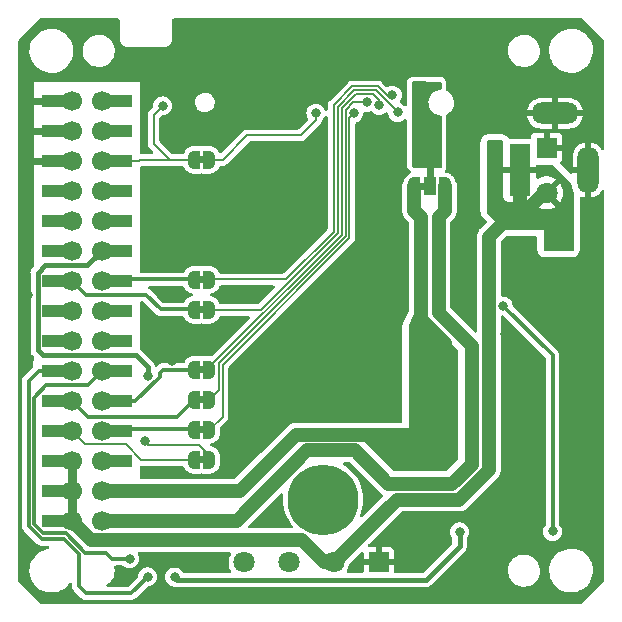
<source format=gbr>
%TF.GenerationSoftware,KiCad,Pcbnew,7.0.5-0*%
%TF.CreationDate,2023-07-13T17:44:08+01:00*%
%TF.ProjectId,M5-Notecard,4d352d4e-6f74-4656-9361-72642e6b6963,V01L04*%
%TF.SameCoordinates,Original*%
%TF.FileFunction,Copper,L2,Bot*%
%TF.FilePolarity,Positive*%
%FSLAX46Y46*%
G04 Gerber Fmt 4.6, Leading zero omitted, Abs format (unit mm)*
G04 Created by KiCad (PCBNEW 7.0.5-0) date 2023-07-13 17:44:08*
%MOMM*%
%LPD*%
G01*
G04 APERTURE LIST*
G04 Aperture macros list*
%AMFreePoly0*
4,1,6,0.500000,-0.500000,-0.500000,-0.500000,-2.500000,-0.500000,-2.500000,0.500000,0.500000,0.500000,0.500000,-0.500000,0.500000,-0.500000,$1*%
%AMFreePoly1*
4,1,19,0.500000,-0.750000,0.000000,-0.750000,0.000000,-0.744911,-0.071157,-0.744911,-0.207708,-0.704816,-0.327430,-0.627875,-0.420627,-0.520320,-0.479746,-0.390866,-0.500000,-0.250000,-0.500000,0.250000,-0.479746,0.390866,-0.420627,0.520320,-0.327430,0.627875,-0.207708,0.704816,-0.071157,0.744911,0.000000,0.744911,0.000000,0.750000,0.500000,0.750000,0.500000,-0.750000,0.500000,-0.750000,
$1*%
%AMFreePoly2*
4,1,19,0.000000,0.744911,0.071157,0.744911,0.207708,0.704816,0.327430,0.627875,0.420627,0.520320,0.479746,0.390866,0.500000,0.250000,0.500000,-0.250000,0.479746,-0.390866,0.420627,-0.520320,0.327430,-0.627875,0.207708,-0.704816,0.071157,-0.744911,0.000000,-0.744911,0.000000,-0.750000,-0.500000,-0.750000,-0.500000,0.750000,0.000000,0.750000,0.000000,0.744911,0.000000,0.744911,
$1*%
%AMFreePoly3*
4,1,19,0.000000,0.744911,0.071157,0.744911,0.207708,0.704816,0.327430,0.627875,0.420627,0.520320,0.479746,0.390866,0.500000,0.250000,0.500000,-0.250000,0.479746,-0.390866,0.420627,-0.520320,0.327430,-0.627875,0.207708,-0.704816,0.071157,-0.744911,0.000000,-0.744911,0.000000,-0.750000,-0.550000,-0.750000,-0.550000,0.750000,0.000000,0.750000,0.000000,0.744911,0.000000,0.744911,
$1*%
%AMFreePoly4*
4,1,19,0.550000,-0.750000,0.000000,-0.750000,0.000000,-0.744911,-0.071157,-0.744911,-0.207708,-0.704816,-0.327430,-0.627875,-0.420627,-0.520320,-0.479746,-0.390866,-0.500000,-0.250000,-0.500000,0.250000,-0.479746,0.390866,-0.420627,0.520320,-0.327430,0.627875,-0.207708,0.704816,-0.071157,0.744911,0.000000,0.744911,0.000000,0.750000,0.550000,0.750000,0.550000,-0.750000,0.550000,-0.750000,
$1*%
G04 Aperture macros list end*
%TA.AperFunction,ComponentPad*%
%ADD10R,1.800000X1.800000*%
%TD*%
%TA.AperFunction,ComponentPad*%
%ADD11C,1.800000*%
%TD*%
%TA.AperFunction,ComponentPad*%
%ADD12R,1.800000X4.400000*%
%TD*%
%TA.AperFunction,ComponentPad*%
%ADD13O,1.800000X4.000000*%
%TD*%
%TA.AperFunction,ComponentPad*%
%ADD14O,4.000000X1.800000*%
%TD*%
%TA.AperFunction,ComponentPad*%
%ADD15C,1.700000*%
%TD*%
%TA.AperFunction,SMDPad,CuDef*%
%ADD16FreePoly0,0.000000*%
%TD*%
%TA.AperFunction,SMDPad,CuDef*%
%ADD17FreePoly0,180.000000*%
%TD*%
%TA.AperFunction,SMDPad,CuDef*%
%ADD18FreePoly1,0.000000*%
%TD*%
%TA.AperFunction,SMDPad,CuDef*%
%ADD19FreePoly2,0.000000*%
%TD*%
%TA.AperFunction,SMDPad,CuDef*%
%ADD20FreePoly3,0.000000*%
%TD*%
%TA.AperFunction,SMDPad,CuDef*%
%ADD21R,1.000000X1.500000*%
%TD*%
%TA.AperFunction,SMDPad,CuDef*%
%ADD22FreePoly4,0.000000*%
%TD*%
%TA.AperFunction,WasherPad*%
%ADD23C,6.000000*%
%TD*%
%TA.AperFunction,ViaPad*%
%ADD24C,0.800000*%
%TD*%
%TA.AperFunction,Conductor*%
%ADD25C,0.300000*%
%TD*%
%TA.AperFunction,Conductor*%
%ADD26C,1.200000*%
%TD*%
%TA.AperFunction,Conductor*%
%ADD27C,0.800000*%
%TD*%
%TA.AperFunction,Conductor*%
%ADD28C,0.600000*%
%TD*%
%TA.AperFunction,Conductor*%
%ADD29C,0.200000*%
%TD*%
%TA.AperFunction,Conductor*%
%ADD30C,0.400000*%
%TD*%
G04 APERTURE END LIST*
%TA.AperFunction,EtchedComponent*%
%TO.C,JP7*%
G36*
X-42247888Y-12530000D02*
G01*
X-42747888Y-12530000D01*
X-42747888Y-11930000D01*
X-42247888Y-11930000D01*
X-42247888Y-12530000D01*
G37*
%TD.AperFunction*%
%TA.AperFunction,EtchedComponent*%
%TO.C,JP6*%
G36*
X-42247888Y-35390000D02*
G01*
X-42747888Y-35390000D01*
X-42747888Y-34790000D01*
X-42247888Y-34790000D01*
X-42247888Y-35390000D01*
G37*
%TD.AperFunction*%
%TA.AperFunction,EtchedComponent*%
%TO.C,JP4*%
G36*
X-42247888Y-30310000D02*
G01*
X-42747888Y-30310000D01*
X-42747888Y-29710000D01*
X-42247888Y-29710000D01*
X-42247888Y-30310000D01*
G37*
%TD.AperFunction*%
%TA.AperFunction,EtchedComponent*%
%TO.C,JP3*%
G36*
X-42247888Y-22690000D02*
G01*
X-42747888Y-22690000D01*
X-42747888Y-22090000D01*
X-42247888Y-22090000D01*
X-42247888Y-22690000D01*
G37*
%TD.AperFunction*%
%TA.AperFunction,EtchedComponent*%
%TO.C,JP2*%
G36*
X-42247888Y-32850000D02*
G01*
X-42747888Y-32850000D01*
X-42747888Y-32250000D01*
X-42247888Y-32250000D01*
X-42247888Y-32850000D01*
G37*
%TD.AperFunction*%
%TA.AperFunction,EtchedComponent*%
%TO.C,JP1*%
G36*
X-42247888Y-25230000D02*
G01*
X-42747888Y-25230000D01*
X-42747888Y-24630000D01*
X-42247888Y-24630000D01*
X-42247888Y-25230000D01*
G37*
%TD.AperFunction*%
%TA.AperFunction,EtchedComponent*%
%TO.C,JP5*%
G36*
X-23593888Y-14778000D02*
G01*
X-24093888Y-14778000D01*
X-24093888Y-14178000D01*
X-23593888Y-14178000D01*
X-23593888Y-14778000D01*
G37*
%TD.AperFunction*%
%TA.AperFunction,EtchedComponent*%
%TO.C,JP8*%
G36*
X-42247888Y-37930000D02*
G01*
X-42747888Y-37930000D01*
X-42747888Y-37330000D01*
X-42247888Y-37330000D01*
X-42247888Y-37930000D01*
G37*
%TD.AperFunction*%
%TD*%
D10*
%TO.P,J6,1,1*%
%TO.N,GND*%
X-13287888Y-11214000D03*
D11*
%TO.P,J6,2,2*%
%TO.N,+12V*%
X-13287888Y-15024000D03*
%TD*%
D12*
%TO.P,J5,1*%
%TO.N,+12V*%
X-15573888Y-13084000D03*
D13*
%TO.P,J5,2*%
%TO.N,GND*%
X-9773888Y-13084000D03*
D14*
%TO.P,J5,3*%
X-12573888Y-8284000D03*
%TD*%
D10*
%TO.P,J7,1,1*%
%TO.N,GND*%
X-27477888Y-46300000D03*
D11*
%TO.P,J7,2,2*%
%TO.N,+12V*%
X-31287888Y-46300000D03*
%TO.P,J7,3,3*%
%TO.N,/RS485_A*%
X-35097888Y-46300000D03*
%TO.P,J7,4,4*%
%TO.N,/RS485_B*%
X-38907888Y-46300000D03*
%TD*%
D15*
%TO.P,J1,30,Pin_30*%
%TO.N,+12V*%
X-53477888Y-42780000D03*
D16*
X-53477888Y-42780000D03*
D15*
%TO.P,J1,29,Pin_29*%
%TO.N,+BATT*%
X-50937888Y-42780000D03*
D17*
X-50937888Y-42780000D03*
D15*
%TO.P,J1,28,Pin_28*%
%TO.N,+12V*%
X-53477888Y-40240000D03*
D16*
X-53477888Y-40240000D03*
D15*
%TO.P,J1,27,Pin_27*%
%TO.N,+5V*%
X-50937888Y-40240000D03*
D17*
X-50937888Y-40240000D03*
D15*
%TO.P,J1,26,Pin_26*%
%TO.N,+12V*%
X-53477888Y-37700000D03*
D16*
X-53477888Y-37700000D03*
D15*
%TO.P,J1,25,Pin_25*%
%TO.N,unconnected-(J1-Pin_25-Pad25)*%
X-50937888Y-37700000D03*
D17*
X-50937888Y-37700000D03*
D15*
%TO.P,J1,24,Pin_24*%
%TO.N,/RS485_DE*%
X-53477888Y-35160000D03*
D16*
X-53477888Y-35160000D03*
D15*
%TO.P,J1,23,Pin_23*%
%TO.N,/GPIO0*%
X-50937888Y-35160000D03*
D17*
X-50937888Y-35160000D03*
D15*
%TO.P,J1,22,Pin_22*%
%TO.N,/ATTN*%
X-53477888Y-32620000D03*
D16*
X-53477888Y-32620000D03*
D15*
%TO.P,J1,21,Pin_21*%
%TO.N,/AUX_EN*%
X-50937888Y-32620000D03*
D17*
X-50937888Y-32620000D03*
D15*
%TO.P,J1,20,Pin_20*%
%TO.N,/extSDA*%
X-53477888Y-30080000D03*
D16*
X-53477888Y-30080000D03*
D15*
%TO.P,J1,19,Pin_19*%
%TO.N,/extSCL*%
X-50937888Y-30080000D03*
D17*
X-50937888Y-30080000D03*
D15*
%TO.P,J1,18,Pin_18*%
%TO.N,/intSDA*%
X-53477888Y-27540000D03*
D16*
X-53477888Y-27540000D03*
D15*
%TO.P,J1,17,Pin_17*%
%TO.N,/intSCL*%
X-50937888Y-27540000D03*
D17*
X-50937888Y-27540000D03*
D15*
%TO.P,J1,16,Pin_16*%
%TO.N,/RXD2*%
X-53477888Y-25000000D03*
D16*
X-53477888Y-25000000D03*
D15*
%TO.P,J1,15,Pin_15*%
%TO.N,/TXD2*%
X-50937888Y-25000000D03*
D17*
X-50937888Y-25000000D03*
D15*
%TO.P,J1,14,Pin_14*%
%TO.N,/RXD0*%
X-53477888Y-22460000D03*
D16*
X-53477888Y-22460000D03*
D15*
%TO.P,J1,13,Pin_13*%
%TO.N,/TXD0*%
X-50937888Y-22460000D03*
D17*
X-50937888Y-22460000D03*
D15*
%TO.P,J1,12,Pin_12*%
%TO.N,unconnected-(J1-Pin_12-Pad12)*%
X-53477888Y-19920000D03*
D16*
X-53477888Y-19920000D03*
D15*
%TO.P,J1,11,Pin_11*%
%TO.N,+3V3*%
X-50937888Y-19920000D03*
D17*
X-50937888Y-19920000D03*
D15*
%TO.P,J1,10,Pin_10*%
%TO.N,unconnected-(J1-Pin_10-Pad10)*%
X-53477888Y-17380000D03*
D16*
X-53477888Y-17380000D03*
D15*
%TO.P,J1,9,Pin_9*%
%TO.N,unconnected-(J1-Pin_9-Pad9)*%
X-50937888Y-17380000D03*
D17*
X-50937888Y-17380000D03*
D15*
%TO.P,J1,8,Pin_8*%
%TO.N,unconnected-(J1-Pin_8-Pad8)*%
X-53477888Y-14840000D03*
D16*
X-53477888Y-14840000D03*
D15*
%TO.P,J1,7,Pin_7*%
%TO.N,unconnected-(J1-Pin_7-Pad7)*%
X-50937888Y-14840000D03*
D17*
X-50937888Y-14840000D03*
D15*
%TO.P,J1,6,Pin_6*%
%TO.N,GND*%
X-53477888Y-12300000D03*
D16*
X-53477888Y-12300000D03*
D15*
%TO.P,J1,5,Pin_5*%
%TO.N,/EN*%
X-50937888Y-12300000D03*
D17*
X-50937888Y-12300000D03*
D15*
%TO.P,J1,4,Pin_4*%
%TO.N,GND*%
X-53477888Y-9760000D03*
D16*
X-53477888Y-9760000D03*
D15*
%TO.P,J1,3,Pin_3*%
%TO.N,unconnected-(J1-Pin_3-Pad3)*%
X-50937888Y-9760000D03*
D17*
X-50937888Y-9760000D03*
D15*
%TO.P,J1,2,Pin_2*%
%TO.N,GND*%
X-53477888Y-7220000D03*
D16*
X-53477888Y-7220000D03*
D15*
%TO.P,J1,1,Pin_1*%
%TO.N,unconnected-(J1-Pin_1-Pad1)*%
X-50937888Y-7220000D03*
D17*
X-50937888Y-7220000D03*
%TD*%
D18*
%TO.P,JP7,1,A*%
%TO.N,/EN*%
X-43147888Y-12230000D03*
D19*
%TO.P,JP7,2,B*%
%TO.N,Net-(J2-AUX4)*%
X-41847888Y-12230000D03*
%TD*%
D18*
%TO.P,JP6,1,A*%
%TO.N,/GPIO0*%
X-43147888Y-35090000D03*
D19*
%TO.P,JP6,2,B*%
%TO.N,Net-(J2-AUX3)*%
X-41847888Y-35090000D03*
%TD*%
%TO.P,JP4,2,B*%
%TO.N,Net-(J2-AUX_EN_P)*%
X-41847888Y-30010000D03*
D18*
%TO.P,JP4,1,A*%
%TO.N,/AUX_EN*%
X-43147888Y-30010000D03*
%TD*%
%TO.P,JP3,1,A*%
%TO.N,/TXD0*%
X-43147888Y-22390000D03*
D19*
%TO.P,JP3,2,B*%
%TO.N,Net-(J2-AUX_RX_P)*%
X-41847888Y-22390000D03*
%TD*%
D18*
%TO.P,JP2,1,A*%
%TO.N,/ATTN*%
X-43147888Y-32550000D03*
D19*
%TO.P,JP2,2,B*%
%TO.N,Net-(J2-ATTN_P)*%
X-41847888Y-32550000D03*
%TD*%
D18*
%TO.P,JP1,1,A*%
%TO.N,/RXD0*%
X-43147888Y-24930000D03*
D19*
%TO.P,JP1,2,B*%
%TO.N,Net-(J2-AUX_TX_P)*%
X-41847888Y-24930000D03*
%TD*%
D20*
%TO.P,JP5,3,B*%
%TO.N,+BATT*%
X-21893888Y-14478000D03*
D21*
%TO.P,JP5,2,C*%
%TO.N,/VMODEM*%
X-23193888Y-14478000D03*
D22*
%TO.P,JP5,1,A*%
%TO.N,+5V*%
X-24493888Y-14478000D03*
%TD*%
D23*
%TO.P,MP1,*%
%TO.N,*%
X-32207888Y-41000000D03*
%TD*%
D18*
%TO.P,JP8,1,A*%
%TO.N,/RS485_DE*%
X-43147888Y-37630000D03*
D19*
%TO.P,JP8,2,B*%
%TO.N,Net-(JP8-B)*%
X-41847888Y-37630000D03*
%TD*%
D24*
%TO.N,GND*%
X-20526888Y-18326000D03*
%TO.N,+12V*%
X-17605888Y-14897000D03*
%TO.N,GND*%
X-13668888Y-1181000D03*
X-13033888Y-5499000D03*
X-9096888Y-7023000D03*
X-9350888Y-9690000D03*
X-11382888Y-10960000D03*
%TO.N,+12V*%
X-12525888Y-17564000D03*
X-16335888Y-16802000D03*
%TO.N,GND*%
X-45545888Y-23660000D03*
X-39703888Y-23914000D03*
X-45037888Y-29248000D03*
X-45545888Y-26454000D03*
X-28019888Y-40424000D03*
X-36655888Y-42710000D03*
X-29543888Y-25946000D03*
X-19383888Y-15278000D03*
X-20653888Y-21120000D03*
X-19637888Y-25184000D03*
X-25987888Y-18072000D03*
X-25987888Y-24422000D03*
X-26749888Y-31534000D03*
X-30051888Y-31534000D03*
X-39957888Y-35852000D03*
X-37925888Y-34074000D03*
%TO.N,+5V*%
X-22431888Y-34836000D03*
%TO.N,GND*%
X-8969888Y-19850000D03*
X-8969888Y-22644000D03*
X-8969888Y-17818000D03*
X-16843888Y-26962000D03*
X-15573888Y-27470000D03*
%TO.N,+5V*%
X-21923888Y-30518000D03*
X-21542888Y-32423000D03*
X-22177888Y-33566000D03*
X-21415888Y-35598000D03*
X-22431888Y-36868000D03*
%TO.N,GND*%
X-57229888Y-23660000D03*
X-26241888Y-44234000D03*
X-39195888Y-49060000D03*
X-45799888Y-49187000D03*
X-53927888Y-49314000D03*
X-57229888Y-45504000D03*
X-29035888Y-18834000D03*
X-31829888Y-22644000D03*
X-35131888Y-26454000D03*
X-38941888Y-29248000D03*
X-25733888Y-11468000D03*
X-29035888Y-11468000D03*
X-36655888Y-11976000D03*
X-36655888Y-15786000D03*
X-38687888Y-18326000D03*
X-39449888Y-12738000D03*
X-41481888Y-16294000D03*
X-33099888Y-11468000D03*
X-33099888Y-13754000D03*
X-33353888Y-16548000D03*
X-34623888Y-18834000D03*
X-36909888Y-21120000D03*
X-39195888Y-21374000D03*
X-41227888Y-20104000D03*
X-43513888Y-18834000D03*
X-45799888Y-21120000D03*
X-45545888Y-15278000D03*
X-46561888Y-13500000D03*
X-46307888Y-17056000D03*
X-44021888Y-14262000D03*
X-44783888Y-11214000D03*
X-34877888Y-7658000D03*
X-37671888Y-5880000D03*
X-39957888Y-7912000D03*
X-42243888Y-5880000D03*
X-31321888Y-5880000D03*
X-13287888Y-48806000D03*
X-15827888Y-49060000D03*
X-18621888Y-49314000D03*
X-13541888Y-45250000D03*
X-9223888Y-45250000D03*
X-9477888Y-41948000D03*
X-9477888Y-40170000D03*
X-9477888Y-38392000D03*
X-9477888Y-36614000D03*
X-44275888Y-1054000D03*
X-34623888Y-2324000D03*
X-52911888Y-1054000D03*
X-49609888Y-4610000D03*
X-57229888Y-9690000D03*
X-57229888Y-13754000D03*
X-57229888Y-5118000D03*
X-19383888Y-11214000D03*
X-19383888Y-7912000D03*
X-20145888Y-4610000D03*
X-19383888Y-3086000D03*
X-17859888Y-3086000D03*
X-19637888Y-1562000D03*
X-20907888Y-48298000D03*
X-19891888Y-47536000D03*
%TO.N,+3V3*%
X-44783888Y-47550000D03*
%TO.N,/extSCL*%
X-48593888Y-46012000D03*
%TO.N,/extSDA*%
X-47069888Y-47536000D03*
%TO.N,/VMODEM*%
X-23701888Y-6388000D03*
X-23193888Y-11468000D03*
%TO.N,/EN*%
X-45799888Y-7658000D03*
%TO.N,+5V*%
X-21923888Y-28994000D03*
%TO.N,+3V3*%
X-20653888Y-43726000D03*
X-47069888Y-30530500D03*
%TO.N,Net-(J2-AUX3)*%
X-29606388Y-8274598D03*
%TO.N,Net-(J2-AUX4)*%
X-32820694Y-8274598D03*
%TO.N,Net-(J2-ATTN_P)*%
X-28527888Y-7366000D03*
%TO.N,Net-(J2-AUX_EN_P)*%
X-27458388Y-7620000D03*
%TO.N,Net-(J2-AUX_RX_P)*%
X-26338350Y-6760845D03*
%TO.N,Net-(J2-AUX_TX_P)*%
X-25905216Y-8210672D03*
%TO.N,Net-(JP8-B)*%
X-47323888Y-36068000D03*
%TO.N,/FB*%
X-12779888Y-43688000D03*
X-16967877Y-24597034D03*
%TD*%
D25*
%TO.N,/extSDA*%
X-47069888Y-47536000D02*
X-48466888Y-48933000D01*
X-57148888Y-30945000D02*
X-56283888Y-30080000D01*
X-48466888Y-48933000D02*
X-52276888Y-48933000D01*
X-52276888Y-48933000D02*
X-52911888Y-48298000D01*
X-54181888Y-44361000D02*
X-55995734Y-44361000D01*
X-55995734Y-44361000D02*
X-57148888Y-43207845D01*
X-52911888Y-48298000D02*
X-52911888Y-45631000D01*
X-52911888Y-45631000D02*
X-54181888Y-44361000D01*
X-57148888Y-43207845D02*
X-57148888Y-30945000D01*
X-56283888Y-30080000D02*
X-53477888Y-30080000D01*
%TO.N,/extSCL*%
X-51838865Y-45504000D02*
X-52365888Y-45504000D01*
X-52137888Y-31280000D02*
X-50937888Y-30080000D01*
X-54016888Y-43853000D02*
X-55899864Y-43853000D01*
X-50068911Y-46012000D02*
X-50584911Y-45496000D01*
X-52365888Y-45504000D02*
X-54016888Y-43853000D01*
X-50584911Y-45496000D02*
X-51830865Y-45496000D01*
X-51830865Y-45496000D02*
X-51838865Y-45504000D01*
X-55632864Y-31280000D02*
X-52137888Y-31280000D01*
X-55899864Y-43853000D02*
X-56721888Y-43030976D01*
X-48593888Y-46012000D02*
X-50068911Y-46012000D01*
X-56721888Y-43030976D02*
X-56721888Y-32369024D01*
X-56721888Y-32369024D02*
X-55632864Y-31280000D01*
D26*
%TO.N,+5V*%
X-22177888Y-33566000D02*
X-24114888Y-35503000D01*
X-24114888Y-35503000D02*
X-34528888Y-35503000D01*
X-34528888Y-35503000D02*
X-39265888Y-40240000D01*
X-39265888Y-40240000D02*
X-50937888Y-40240000D01*
%TO.N,+12V*%
X-16335888Y-16802000D02*
X-15284888Y-16802000D01*
X-15284888Y-16802000D02*
X-13287888Y-14805000D01*
X-15573888Y-13084000D02*
X-15573888Y-16040000D01*
X-15573888Y-16040000D02*
X-16335888Y-16802000D01*
X-16335888Y-16895500D02*
X-18167877Y-18727489D01*
X-16335888Y-16802000D02*
X-16335888Y-16895500D01*
X-18167877Y-38445989D02*
X-20710889Y-40989000D01*
X-18167877Y-18727489D02*
X-18167877Y-38445989D01*
X-25976888Y-40989000D02*
X-31287888Y-46300000D01*
X-20710889Y-40989000D02*
X-25976888Y-40989000D01*
%TO.N,+BATT*%
X-50937888Y-42780000D02*
X-39519888Y-42780000D01*
X-39519888Y-42780000D02*
X-33569888Y-36830000D01*
X-33569888Y-36830000D02*
X-29543888Y-36830000D01*
X-21260550Y-39662000D02*
X-19637888Y-38039338D01*
X-29543888Y-36830000D02*
X-26711888Y-39662000D01*
X-19637888Y-38039338D02*
X-19637888Y-27978000D01*
X-26711888Y-39662000D02*
X-21260550Y-39662000D01*
X-19637888Y-27978000D02*
X-22431888Y-25184000D01*
X-21893888Y-16518000D02*
X-21893888Y-14478000D01*
X-22431888Y-25184000D02*
X-22431888Y-17056000D01*
X-22431888Y-17056000D02*
X-21893888Y-16518000D01*
%TO.N,+5V*%
X-22177888Y-33058000D02*
X-22177888Y-33566000D01*
X-21542888Y-32423000D02*
X-21542888Y-30899000D01*
X-21542888Y-32423000D02*
X-22177888Y-33058000D01*
X-21542888Y-30899000D02*
X-21923888Y-30518000D01*
X-21923888Y-30518000D02*
X-21923888Y-28994000D01*
X-21923888Y-28994000D02*
X-21923888Y-27724000D01*
X-21923888Y-27724000D02*
X-23955888Y-25692000D01*
X-23955888Y-25692000D02*
X-23955888Y-17056000D01*
X-23955888Y-17056000D02*
X-24493888Y-16518000D01*
X-24493888Y-16518000D02*
X-24493888Y-14478000D01*
%TO.N,+12V*%
X-31287888Y-46300000D02*
X-32117806Y-46300000D01*
X-51827888Y-44430000D02*
X-53477888Y-42780000D01*
X-32117806Y-46300000D02*
X-33987806Y-44430000D01*
X-33987806Y-44430000D02*
X-51827888Y-44430000D01*
D27*
X-53477888Y-42780000D02*
X-53477888Y-37700000D01*
D28*
%TO.N,GND*%
X-57229888Y-9614000D02*
X-57337888Y-9506000D01*
X-57229888Y-9690000D02*
X-57229888Y-9614000D01*
X-57153888Y-9690000D02*
X-57229888Y-9690000D01*
%TO.N,/VMODEM*%
X-23193888Y-14478000D02*
X-23193888Y-11468000D01*
D29*
%TO.N,Net-(J2-AUX3)*%
X-29606388Y-8274598D02*
X-29978888Y-8647098D01*
X-29978888Y-8647098D02*
X-29978888Y-18819448D01*
X-40720888Y-29561448D02*
X-40720888Y-33963000D01*
X-29978888Y-18819448D02*
X-40720888Y-29561448D01*
X-40720888Y-33963000D02*
X-41847888Y-35090000D01*
%TO.N,Net-(J2-ATTN_P)*%
X-28527888Y-7366000D02*
X-29687740Y-7366000D01*
X-30305888Y-7984148D02*
X-30305888Y-18684000D01*
X-41049203Y-29427315D02*
X-41047888Y-29428629D01*
X-29687740Y-7366000D02*
X-30305888Y-7984148D01*
X-30305888Y-18684000D02*
X-41049203Y-29427315D01*
X-41047888Y-29428629D02*
X-41047888Y-31750000D01*
X-41047888Y-31750000D02*
X-41847888Y-32550000D01*
%TO.N,Net-(J2-AUX_EN_P)*%
X-41847888Y-30010000D02*
X-41847888Y-29763552D01*
X-27458388Y-7182500D02*
X-27458388Y-7620000D01*
X-41847888Y-29763552D02*
X-30632888Y-18548552D01*
X-29450188Y-6666000D02*
X-27974888Y-6666000D01*
X-30632888Y-18548552D02*
X-30632888Y-7848700D01*
X-30632888Y-7848700D02*
X-29450188Y-6666000D01*
X-27974888Y-6666000D02*
X-27458388Y-7182500D01*
%TO.N,/RS485_DE*%
X-43147888Y-37630000D02*
X-47583624Y-37630000D01*
X-52327888Y-36310000D02*
X-53477888Y-35160000D01*
X-47583624Y-37630000D02*
X-48903624Y-36310000D01*
X-48903624Y-36310000D02*
X-52327888Y-36310000D01*
%TO.N,Net-(JP8-B)*%
X-47323888Y-36068000D02*
X-47031888Y-36360000D01*
X-47031888Y-36360000D02*
X-42743624Y-36360000D01*
X-41847888Y-37255736D02*
X-41847888Y-37630000D01*
X-42743624Y-36360000D02*
X-41847888Y-37255736D01*
D25*
%TO.N,/AUX_EN*%
X-50937888Y-32620000D02*
X-48098727Y-32620000D01*
X-46053888Y-30264000D02*
X-45799888Y-30010000D01*
X-48098727Y-32620000D02*
X-46053888Y-30575161D01*
X-45799888Y-30010000D02*
X-43147888Y-30010000D01*
X-46053888Y-30575161D02*
X-46053888Y-30264000D01*
%TO.N,/ATTN*%
X-43147888Y-32550000D02*
X-44557888Y-33960000D01*
X-44557888Y-33960000D02*
X-52137888Y-33960000D01*
X-52137888Y-33960000D02*
X-53477888Y-32620000D01*
%TO.N,/GPIO0*%
X-43147888Y-35090000D02*
X-43185888Y-35052000D01*
X-43185888Y-35052000D02*
X-50829888Y-35052000D01*
X-50829888Y-35052000D02*
X-50937888Y-35160000D01*
%TO.N,/RXD0*%
X-45941888Y-24892000D02*
X-43185888Y-24892000D01*
X-43185888Y-24892000D02*
X-43147888Y-24930000D01*
D29*
%TO.N,Net-(J2-AUX_TX_P)*%
X-25905216Y-8210672D02*
X-26495888Y-7620000D01*
X-29585636Y-6339000D02*
X-30959888Y-7713252D01*
X-26495888Y-7620000D02*
X-26495888Y-7592550D01*
X-26495888Y-7592550D02*
X-27749438Y-6339000D01*
X-27749438Y-6339000D02*
X-29585636Y-6339000D01*
X-37476784Y-24930000D02*
X-41847888Y-24930000D01*
X-30959888Y-7713252D02*
X-30959888Y-18413104D01*
X-30959888Y-18413104D02*
X-37476784Y-24930000D01*
%TO.N,Net-(J2-AUX_RX_P)*%
X-41809888Y-22352000D02*
X-35361232Y-22352000D01*
X-35361232Y-22352000D02*
X-31321888Y-18312656D01*
X-41847888Y-22390000D02*
X-41809888Y-22352000D01*
X-31321888Y-7612804D02*
X-29721084Y-6012000D01*
X-27595888Y-6012000D02*
X-26749888Y-6858000D01*
X-31321888Y-18312656D02*
X-31321888Y-7612804D01*
X-29721084Y-6012000D02*
X-27595888Y-6012000D01*
X-26749888Y-6858000D02*
X-26435505Y-6858000D01*
X-26435505Y-6858000D02*
X-26338350Y-6760845D01*
D25*
%TO.N,/TXD0*%
X-50937888Y-22460000D02*
X-50829888Y-22352000D01*
X-50829888Y-22352000D02*
X-43185888Y-22352000D01*
X-43185888Y-22352000D02*
X-43147888Y-22390000D01*
D29*
%TO.N,Net-(J2-AUX4)*%
X-41847888Y-12230000D02*
X-40719888Y-12230000D01*
X-32820694Y-8864806D02*
X-32820694Y-8274598D01*
X-40719888Y-12230000D02*
X-38649888Y-10160000D01*
X-38649888Y-10160000D02*
X-34115888Y-10160000D01*
X-34115888Y-10160000D02*
X-32820694Y-8864806D01*
%TO.N,/EN*%
X-45179888Y-12230000D02*
X-43147888Y-12230000D01*
X-45179888Y-12230000D02*
X-47757888Y-12230000D01*
X-47757888Y-12230000D02*
X-47827888Y-12300000D01*
X-45799888Y-7658000D02*
X-46561888Y-8420000D01*
X-46561888Y-8420000D02*
X-46561888Y-10848000D01*
X-46561888Y-10848000D02*
X-45179888Y-12230000D01*
X-47827888Y-12300000D02*
X-50937888Y-12300000D01*
D30*
%TO.N,+3V3*%
X-23485888Y-47790000D02*
X-44543888Y-47790000D01*
X-20653888Y-44958000D02*
X-23485888Y-47790000D01*
X-20653888Y-43726000D02*
X-20653888Y-44958000D01*
X-44543888Y-47790000D02*
X-44783888Y-47550000D01*
X-50937888Y-19920000D02*
X-52187888Y-21170000D01*
X-56377888Y-21792000D02*
X-56377888Y-28322000D01*
X-52187888Y-21170000D02*
X-55755888Y-21170000D01*
X-55755888Y-21170000D02*
X-56377888Y-21792000D01*
X-56377888Y-28322000D02*
X-55909888Y-28790000D01*
X-55909888Y-28790000D02*
X-48035888Y-28790000D01*
X-47069888Y-29756000D02*
X-47069888Y-30530500D01*
X-48035888Y-28790000D02*
X-47069888Y-29756000D01*
D25*
%TO.N,/FB*%
X-12779888Y-43688000D02*
X-12779888Y-28785023D01*
X-12779888Y-28785023D02*
X-16967877Y-24597034D01*
%TO.N,/RXD0*%
X-47173888Y-23660000D02*
X-52277888Y-23660000D01*
X-45941888Y-24892000D02*
X-47173888Y-23660000D01*
X-52277888Y-23660000D02*
X-53477888Y-22460000D01*
D28*
%TO.N,GND*%
X-53477888Y-9760000D02*
X-57083888Y-9760000D01*
X-57337888Y-9506000D02*
X-57337888Y-12046000D01*
X-57083888Y-7220000D02*
X-57337888Y-7474000D01*
X-57083888Y-12300000D02*
X-53477888Y-12300000D01*
X-53477888Y-7220000D02*
X-57083888Y-7220000D01*
X-57083888Y-9760000D02*
X-57153888Y-9690000D01*
X-57337888Y-12046000D02*
X-57083888Y-12300000D01*
X-57337888Y-7474000D02*
X-57337888Y-9506000D01*
%TD*%
%TA.AperFunction,Conductor*%
%TO.N,/VMODEM*%
G36*
X-22275747Y-5616104D02*
G01*
X-22217779Y-5635679D01*
X-22182388Y-5685590D01*
X-22177888Y-5715097D01*
X-22177888Y-6196828D01*
X-22196795Y-6255019D01*
X-22246295Y-6290983D01*
X-22267477Y-6295380D01*
X-22413115Y-6309287D01*
X-22610927Y-6367370D01*
X-22794162Y-6461834D01*
X-22794165Y-6461836D01*
X-22956218Y-6589275D01*
X-23091226Y-6745083D01*
X-23194300Y-6923613D01*
X-23194302Y-6923618D01*
X-23261729Y-7118436D01*
X-23261731Y-7118443D01*
X-23291070Y-7322497D01*
X-23291070Y-7322503D01*
X-23281260Y-7528428D01*
X-23281259Y-7528435D01*
X-23232658Y-7728771D01*
X-23147017Y-7916302D01*
X-23147016Y-7916304D01*
X-23147015Y-7916305D01*
X-23027430Y-8084238D01*
X-22878226Y-8226504D01*
X-22878224Y-8226505D01*
X-22878222Y-8226507D01*
X-22704800Y-8337958D01*
X-22704785Y-8337966D01*
X-22597712Y-8380831D01*
X-22513402Y-8414584D01*
X-22310968Y-8453600D01*
X-22310965Y-8453600D01*
X-22276888Y-8453600D01*
X-22218697Y-8472507D01*
X-22182733Y-8522007D01*
X-22177888Y-8552600D01*
X-22177888Y-12855000D01*
X-22196795Y-12913191D01*
X-22246295Y-12949155D01*
X-22276888Y-12954000D01*
X-24422880Y-12954000D01*
X-24481071Y-12935093D01*
X-24492884Y-12925004D01*
X-24688892Y-12728996D01*
X-24716669Y-12674479D01*
X-24717888Y-12658992D01*
X-24717888Y-5688145D01*
X-24698981Y-5629954D01*
X-24649481Y-5593990D01*
X-24617752Y-5589152D01*
X-22275747Y-5616104D01*
G37*
%TD.AperFunction*%
%TD*%
%TA.AperFunction,Conductor*%
%TO.N,GND*%
G36*
X-49698097Y-202051D02*
G01*
X-49662153Y-207744D01*
X-49635047Y-212037D01*
X-49597557Y-224218D01*
X-49549626Y-248639D01*
X-49517734Y-271811D01*
X-49479700Y-309845D01*
X-49456528Y-341738D01*
X-49432108Y-389666D01*
X-49419926Y-427157D01*
X-49409940Y-490205D01*
X-49408389Y-509916D01*
X-49408388Y-1960118D01*
X-49408388Y-2068995D01*
X-49383989Y-2191656D01*
X-49381468Y-2204328D01*
X-49328663Y-2331811D01*
X-49283359Y-2399613D01*
X-49252003Y-2446541D01*
X-49251998Y-2446547D01*
X-49154436Y-2544109D01*
X-49154430Y-2544114D01*
X-49039699Y-2620775D01*
X-48912216Y-2673580D01*
X-48776881Y-2700500D01*
X-48776880Y-2700500D01*
X-45638896Y-2700500D01*
X-45638895Y-2700500D01*
X-45503560Y-2673580D01*
X-45376077Y-2620775D01*
X-45261346Y-2544114D01*
X-45163774Y-2446542D01*
X-45087113Y-2331811D01*
X-45034308Y-2204328D01*
X-45007388Y-2068993D01*
X-45007388Y-2000000D01*
X-45007388Y-1960118D01*
X-45007388Y-509916D01*
X-45005837Y-490206D01*
X-45003810Y-477410D01*
X-44995851Y-427154D01*
X-44983671Y-389669D01*
X-44959247Y-341734D01*
X-44936080Y-309848D01*
X-44898040Y-271808D01*
X-44866154Y-248641D01*
X-44818219Y-224217D01*
X-44780732Y-212037D01*
X-44743154Y-206085D01*
X-44717679Y-202051D01*
X-44697969Y-200500D01*
X-44668006Y-200500D01*
X-10343127Y-200500D01*
X-10275006Y-220502D01*
X-10254032Y-237405D01*
X-8445293Y-2046143D01*
X-8411268Y-2108455D01*
X-8408388Y-2135238D01*
X-8408388Y-11268943D01*
X-8428390Y-11337064D01*
X-8482046Y-11383557D01*
X-8552320Y-11393661D01*
X-8616900Y-11364167D01*
X-8640308Y-11335820D01*
X-8640598Y-11336024D01*
X-8643156Y-11332372D01*
X-8643502Y-11331952D01*
X-8643751Y-11331522D01*
X-8774224Y-11145187D01*
X-8774229Y-11145181D01*
X-8935070Y-10984340D01*
X-8935076Y-10984335D01*
X-9121405Y-10853866D01*
X-9327560Y-10757734D01*
X-9327563Y-10757733D01*
X-9519888Y-10706199D01*
X-9519888Y-11672313D01*
X-9535843Y-11656359D01*
X-9648740Y-11598835D01*
X-9773888Y-11579014D01*
X-9899036Y-11598835D01*
X-10011933Y-11656359D01*
X-10027888Y-11672314D01*
X-10027888Y-10706199D01*
X-10220214Y-10757733D01*
X-10220217Y-10757734D01*
X-10426372Y-10853866D01*
X-10612701Y-10984335D01*
X-10612707Y-10984340D01*
X-10773548Y-11145181D01*
X-10773553Y-11145187D01*
X-10904022Y-11331516D01*
X-11000154Y-11537671D01*
X-11000156Y-11537676D01*
X-11059029Y-11757397D01*
X-11073888Y-11927243D01*
X-11073888Y-12830000D01*
X-10173888Y-12830000D01*
X-10173888Y-13338000D01*
X-11073889Y-13338000D01*
X-11110793Y-13374904D01*
X-11113754Y-13371943D01*
X-11147546Y-13401225D01*
X-11217820Y-13411329D01*
X-11282400Y-13381835D01*
X-11288983Y-13375706D01*
X-12097350Y-12567339D01*
X-12131376Y-12505027D01*
X-12126311Y-12434212D01*
X-12097350Y-12389149D01*
X-12060250Y-12352048D01*
X-12060249Y-12352046D01*
X-12002723Y-12239146D01*
X-11987888Y-12145480D01*
X-11987888Y-11468000D01*
X-12743663Y-11468000D01*
X-12703332Y-11370631D01*
X-12682711Y-11214000D01*
X-12703332Y-11057369D01*
X-12743663Y-10960000D01*
X-11987889Y-10960000D01*
X-11987889Y-10282520D01*
X-12002723Y-10188853D01*
X-12060249Y-10075953D01*
X-12060250Y-10075951D01*
X-12149840Y-9986361D01*
X-12149842Y-9986360D01*
X-12262742Y-9928834D01*
X-12356408Y-9914000D01*
X-13033888Y-9914000D01*
X-13033888Y-10669775D01*
X-13131257Y-10629444D01*
X-13248565Y-10614000D01*
X-13327211Y-10614000D01*
X-13444519Y-10629444D01*
X-13541888Y-10669775D01*
X-13541888Y-9914000D01*
X-14219368Y-9914000D01*
X-14313035Y-9928834D01*
X-14425935Y-9986360D01*
X-14425937Y-9986361D01*
X-14515527Y-10075951D01*
X-14515528Y-10075953D01*
X-14573054Y-10188853D01*
X-14587888Y-10282519D01*
X-14587888Y-10357500D01*
X-14607890Y-10425621D01*
X-14661546Y-10472114D01*
X-14713888Y-10483500D01*
X-16394549Y-10483500D01*
X-16462670Y-10463498D01*
X-16500547Y-10425621D01*
X-16571501Y-10315215D01*
X-16571502Y-10315213D01*
X-16617251Y-10262417D01*
X-16634023Y-10247884D01*
X-16727709Y-10166703D01*
X-16860657Y-10105985D01*
X-16920408Y-10088441D01*
X-16927696Y-10086301D01*
X-16927700Y-10086300D01*
X-17072370Y-10065500D01*
X-18243888Y-10065500D01*
X-18243896Y-10065500D01*
X-18337784Y-10075595D01*
X-18353045Y-10077236D01*
X-18353047Y-10077236D01*
X-18353053Y-10077237D01*
X-18404556Y-10088441D01*
X-18508714Y-10123109D01*
X-18631673Y-10202130D01*
X-18631675Y-10202131D01*
X-18684471Y-10247880D01*
X-18780184Y-10358337D01*
X-18780185Y-10358338D01*
X-18840903Y-10491286D01*
X-18858563Y-10551432D01*
X-18860587Y-10558326D01*
X-18860588Y-10558330D01*
X-18879504Y-10689901D01*
X-18881388Y-10703003D01*
X-18881388Y-16637403D01*
X-18879918Y-16664828D01*
X-18879916Y-16664858D01*
X-18875610Y-16704898D01*
X-18866820Y-16759146D01*
X-18815742Y-16896092D01*
X-18782258Y-16957413D01*
X-18762641Y-16983618D01*
X-18694668Y-17074418D01*
X-18456723Y-17312364D01*
X-18401293Y-17367794D01*
X-18367268Y-17430106D01*
X-18372333Y-17500922D01*
X-18401294Y-17545984D01*
X-18865758Y-18010449D01*
X-18866901Y-18011563D01*
X-18930929Y-18072427D01*
X-18965961Y-18122758D01*
X-18968843Y-18126580D01*
X-19007574Y-18174079D01*
X-19007578Y-18174085D01*
X-19023451Y-18204474D01*
X-19027586Y-18211299D01*
X-19047171Y-18239438D01*
X-19071349Y-18295778D01*
X-19073403Y-18300102D01*
X-19101785Y-18354436D01*
X-19101788Y-18354445D01*
X-19111219Y-18387404D01*
X-19113896Y-18394923D01*
X-19127417Y-18426429D01*
X-19127417Y-18426430D01*
X-19139756Y-18486471D01*
X-19140897Y-18491119D01*
X-19157764Y-18550071D01*
X-19157765Y-18550078D01*
X-19160369Y-18584266D01*
X-19161477Y-18592167D01*
X-19168377Y-18625749D01*
X-19168377Y-18687051D01*
X-19168559Y-18691836D01*
X-19173214Y-18752963D01*
X-19173214Y-18752969D01*
X-19171740Y-18764541D01*
X-19168882Y-18786987D01*
X-19168377Y-18794941D01*
X-19168377Y-26728401D01*
X-19188379Y-26796522D01*
X-19242035Y-26843015D01*
X-19312309Y-26853119D01*
X-19376889Y-26823625D01*
X-19383472Y-26817496D01*
X-21394483Y-24806485D01*
X-21428509Y-24744173D01*
X-21431388Y-24717390D01*
X-21431388Y-17522610D01*
X-21411386Y-17454489D01*
X-21394489Y-17433520D01*
X-21195929Y-17234960D01*
X-21194864Y-17233923D01*
X-21130835Y-17173059D01*
X-21095811Y-17122736D01*
X-21092932Y-17118919D01*
X-21087047Y-17111700D01*
X-21054190Y-17071407D01*
X-21038305Y-17040995D01*
X-21034191Y-17034204D01*
X-21014593Y-17006049D01*
X-20990411Y-16949695D01*
X-20988375Y-16945407D01*
X-20959979Y-16891049D01*
X-20950548Y-16858085D01*
X-20947870Y-16850566D01*
X-20934347Y-16819055D01*
X-20922037Y-16759149D01*
X-20922007Y-16758999D01*
X-20920873Y-16754377D01*
X-20904001Y-16695418D01*
X-20901397Y-16661207D01*
X-20900290Y-16653324D01*
X-20897018Y-16637403D01*
X-20893388Y-16619741D01*
X-20893388Y-16558436D01*
X-20893206Y-16553650D01*
X-20888551Y-16492524D01*
X-20892884Y-16458502D01*
X-20893388Y-16450546D01*
X-20893388Y-14427258D01*
X-20893389Y-14427239D01*
X-20908814Y-14275566D01*
X-20908814Y-14275562D01*
X-20969729Y-14081412D01*
X-21010555Y-14007859D01*
X-21021283Y-13982208D01*
X-21040360Y-13917236D01*
X-21060270Y-13873641D01*
X-21100086Y-13786455D01*
X-21100089Y-13786450D01*
X-21162484Y-13689361D01*
X-21256638Y-13580700D01*
X-21343865Y-13505117D01*
X-21415329Y-13459190D01*
X-21464818Y-13427385D01*
X-21569805Y-13379439D01*
X-21707751Y-13338935D01*
X-21707756Y-13338933D01*
X-21707759Y-13338933D01*
X-21772455Y-13329631D01*
X-21837034Y-13300139D01*
X-21875418Y-13240413D01*
X-21875418Y-13169416D01*
X-21866793Y-13147718D01*
X-21811141Y-13038495D01*
X-21792234Y-12980304D01*
X-21772388Y-12855000D01*
X-21772388Y-8552600D01*
X-21773537Y-8538000D01*
X-14951689Y-8538000D01*
X-14900155Y-8730325D01*
X-14900154Y-8730328D01*
X-14804022Y-8936483D01*
X-14673553Y-9122812D01*
X-14673548Y-9122818D01*
X-14512707Y-9283659D01*
X-14512701Y-9283664D01*
X-14326372Y-9414133D01*
X-14120217Y-9510265D01*
X-14120212Y-9510267D01*
X-13900491Y-9569140D01*
X-13730645Y-9584000D01*
X-12827888Y-9584000D01*
X-12827888Y-8684000D01*
X-12319888Y-8684000D01*
X-12319888Y-9584000D01*
X-11417131Y-9584000D01*
X-11247286Y-9569140D01*
X-11027565Y-9510267D01*
X-11027560Y-9510265D01*
X-10821405Y-9414133D01*
X-10635076Y-9283664D01*
X-10635070Y-9283659D01*
X-10474229Y-9122818D01*
X-10474224Y-9122812D01*
X-10343755Y-8936483D01*
X-10247623Y-8730328D01*
X-10247622Y-8730325D01*
X-10196087Y-8538000D01*
X-11162202Y-8538000D01*
X-11146247Y-8522045D01*
X-11088723Y-8409148D01*
X-11068902Y-8284000D01*
X-11088723Y-8158852D01*
X-11146247Y-8045955D01*
X-11162202Y-8030000D01*
X-10196088Y-8030000D01*
X-10247622Y-7837674D01*
X-10247623Y-7837671D01*
X-10343755Y-7631516D01*
X-10474224Y-7445187D01*
X-10474229Y-7445181D01*
X-10635070Y-7284340D01*
X-10635076Y-7284335D01*
X-10821405Y-7153866D01*
X-11027560Y-7057734D01*
X-11027565Y-7057732D01*
X-11247286Y-6998859D01*
X-11417131Y-6984000D01*
X-12319888Y-6984000D01*
X-12319888Y-7884000D01*
X-12827888Y-7884000D01*
X-12827888Y-6984000D01*
X-13730645Y-6984000D01*
X-13900491Y-6998859D01*
X-14120212Y-7057732D01*
X-14120217Y-7057734D01*
X-14326372Y-7153866D01*
X-14512701Y-7284335D01*
X-14512707Y-7284340D01*
X-14673548Y-7445181D01*
X-14673553Y-7445187D01*
X-14804022Y-7631516D01*
X-14900154Y-7837671D01*
X-14900155Y-7837674D01*
X-14951689Y-8030000D01*
X-13985574Y-8030000D01*
X-14001529Y-8045955D01*
X-14059053Y-8158852D01*
X-14078874Y-8284000D01*
X-14059053Y-8409148D01*
X-14001529Y-8522045D01*
X-13985574Y-8538000D01*
X-14951689Y-8538000D01*
X-21773537Y-8538000D01*
X-21777379Y-8489172D01*
X-21779608Y-8475096D01*
X-21781068Y-8465877D01*
X-21771967Y-8395466D01*
X-21726244Y-8341153D01*
X-21714368Y-8334182D01*
X-21621612Y-8286364D01*
X-21459559Y-8158924D01*
X-21324554Y-8003120D01*
X-21221474Y-7824580D01*
X-21154046Y-7629759D01*
X-21136696Y-7509089D01*
X-21124706Y-7425700D01*
X-21134515Y-7219781D01*
X-21134516Y-7219776D01*
X-21134516Y-7219772D01*
X-21183120Y-7019424D01*
X-21268761Y-6831895D01*
X-21268764Y-6831891D01*
X-21268766Y-6831887D01*
X-21388341Y-6663968D01*
X-21388350Y-6663958D01*
X-21437782Y-6616825D01*
X-21537550Y-6521696D01*
X-21537553Y-6521694D01*
X-21537555Y-6521692D01*
X-21710984Y-6410237D01*
X-21716315Y-6407489D01*
X-21715246Y-6405414D01*
X-21762978Y-6367870D01*
X-21786192Y-6300776D01*
X-21784784Y-6275090D01*
X-21772388Y-6196828D01*
X-21772388Y-5715097D01*
X-21772388Y-5715088D01*
X-21777023Y-5653965D01*
X-21777023Y-5653963D01*
X-21781521Y-5624466D01*
X-21790262Y-5586621D01*
X-21795316Y-5564736D01*
X-21796256Y-5562838D01*
X-21851606Y-5451042D01*
X-21851607Y-5451040D01*
X-21851607Y-5451039D01*
X-21886491Y-5401843D01*
X-21886902Y-5401245D01*
X-21887004Y-5401120D01*
X-21975672Y-5310388D01*
X-21975673Y-5310387D01*
X-21975674Y-5310386D01*
X-21991868Y-5301899D01*
X-22088038Y-5251496D01*
X-22088042Y-5251494D01*
X-22088045Y-5251493D01*
X-22146013Y-5231918D01*
X-22146014Y-5231918D01*
X-22271085Y-5210630D01*
X-24455019Y-5185498D01*
X-24613086Y-5183679D01*
X-24613087Y-5183679D01*
X-24613092Y-5183679D01*
X-24678858Y-5188283D01*
X-24678878Y-5188285D01*
X-24710603Y-5193122D01*
X-24774789Y-5208337D01*
X-24887829Y-5265934D01*
X-24937333Y-5301901D01*
X-25027040Y-5391609D01*
X-25084635Y-5504648D01*
X-25103542Y-5562838D01*
X-25123389Y-5688148D01*
X-25123389Y-7556230D01*
X-25143391Y-7624351D01*
X-25197047Y-7670844D01*
X-25267321Y-7680947D01*
X-25331902Y-7651454D01*
X-25338484Y-7645325D01*
X-25402954Y-7580855D01*
X-25402956Y-7580854D01*
X-25555691Y-7484884D01*
X-25646089Y-7453252D01*
X-25703780Y-7411873D01*
X-25729943Y-7345873D01*
X-25716269Y-7276205D01*
X-25711160Y-7267287D01*
X-25672931Y-7206443D01*
X-25612561Y-7110367D01*
X-25552982Y-6940100D01*
X-25532785Y-6760845D01*
X-25552982Y-6581590D01*
X-25612561Y-6411323D01*
X-25612563Y-6411320D01*
X-25612563Y-6411319D01*
X-25708533Y-6258584D01*
X-25708534Y-6258582D01*
X-25836088Y-6131028D01*
X-25836090Y-6131027D01*
X-25988825Y-6035057D01*
X-25988828Y-6035056D01*
X-25996530Y-6032361D01*
X-26159095Y-5975477D01*
X-26338350Y-5955280D01*
X-26517605Y-5975477D01*
X-26517608Y-5975477D01*
X-26517608Y-5975478D01*
X-26687872Y-6035055D01*
X-26687873Y-6035056D01*
X-26711585Y-6049955D01*
X-26779906Y-6069259D01*
X-26847819Y-6048562D01*
X-26867713Y-6032361D01*
X-27194351Y-5705723D01*
X-27211253Y-5684751D01*
X-27213745Y-5680872D01*
X-27213750Y-5680868D01*
X-27252928Y-5646920D01*
X-27256209Y-5643865D01*
X-27267295Y-5632779D01*
X-27279852Y-5623379D01*
X-27283344Y-5620565D01*
X-27283345Y-5620564D01*
X-27322515Y-5586623D01*
X-27322517Y-5586622D01*
X-27322518Y-5586621D01*
X-27322521Y-5586619D01*
X-27326710Y-5584706D01*
X-27349864Y-5570968D01*
X-27353556Y-5568205D01*
X-27353557Y-5568204D01*
X-27375597Y-5559983D01*
X-27402131Y-5550086D01*
X-27406285Y-5548365D01*
X-27453426Y-5526836D01*
X-27453433Y-5526834D01*
X-27458005Y-5526177D01*
X-27484080Y-5519521D01*
X-27488400Y-5517910D01*
X-27488408Y-5517908D01*
X-27540110Y-5514209D01*
X-27544577Y-5513729D01*
X-27560089Y-5511500D01*
X-27575758Y-5511500D01*
X-27580254Y-5511339D01*
X-27631961Y-5507641D01*
X-27631962Y-5507641D01*
X-27636461Y-5508620D01*
X-27663246Y-5511500D01*
X-29653726Y-5511500D01*
X-29680511Y-5508620D01*
X-29685011Y-5507641D01*
X-29685012Y-5507641D01*
X-29736718Y-5511339D01*
X-29741214Y-5511500D01*
X-29756883Y-5511500D01*
X-29772394Y-5513729D01*
X-29776861Y-5514209D01*
X-29828568Y-5517909D01*
X-29828572Y-5517909D01*
X-29832898Y-5519523D01*
X-29858967Y-5526176D01*
X-29863536Y-5526833D01*
X-29863540Y-5526834D01*
X-29910695Y-5548369D01*
X-29914840Y-5550086D01*
X-29921222Y-5552466D01*
X-29963414Y-5568202D01*
X-29967109Y-5570969D01*
X-29990265Y-5584707D01*
X-29991115Y-5585096D01*
X-29994459Y-5586623D01*
X-30033630Y-5620564D01*
X-30037129Y-5623384D01*
X-30049673Y-5632775D01*
X-30049676Y-5632778D01*
X-30060767Y-5643866D01*
X-30064053Y-5646925D01*
X-30103225Y-5680868D01*
X-30103228Y-5680873D01*
X-30105725Y-5684758D01*
X-30122621Y-5705721D01*
X-31628167Y-7211267D01*
X-31649130Y-7228163D01*
X-31653015Y-7230660D01*
X-31653020Y-7230663D01*
X-31686963Y-7269835D01*
X-31690022Y-7273121D01*
X-31701110Y-7284212D01*
X-31701113Y-7284215D01*
X-31710504Y-7296759D01*
X-31713324Y-7300258D01*
X-31747265Y-7339429D01*
X-31749179Y-7343622D01*
X-31762919Y-7366779D01*
X-31765686Y-7370474D01*
X-31783798Y-7419038D01*
X-31785519Y-7423193D01*
X-31807054Y-7470348D01*
X-31807055Y-7470352D01*
X-31807712Y-7474921D01*
X-31814365Y-7500990D01*
X-31815979Y-7505316D01*
X-31815979Y-7505320D01*
X-31819679Y-7557026D01*
X-31820159Y-7561494D01*
X-31822388Y-7577004D01*
X-31822389Y-7577011D01*
X-31822389Y-7592677D01*
X-31822550Y-7597169D01*
X-31826248Y-7648874D01*
X-31826247Y-7648878D01*
X-31825267Y-7653384D01*
X-31822389Y-7680162D01*
X-31822389Y-7962302D01*
X-31842391Y-8030423D01*
X-31896047Y-8076916D01*
X-31966321Y-8087020D01*
X-32030901Y-8057526D01*
X-32067317Y-8003919D01*
X-32094905Y-7925076D01*
X-32146886Y-7842349D01*
X-32190877Y-7772337D01*
X-32190878Y-7772335D01*
X-32318432Y-7644781D01*
X-32318434Y-7644780D01*
X-32471169Y-7548810D01*
X-32471172Y-7548809D01*
X-32641439Y-7489230D01*
X-32820694Y-7469033D01*
X-32999949Y-7489230D01*
X-32999952Y-7489230D01*
X-32999952Y-7489231D01*
X-33170217Y-7548809D01*
X-33170220Y-7548810D01*
X-33322955Y-7644780D01*
X-33322957Y-7644781D01*
X-33450511Y-7772335D01*
X-33450512Y-7772337D01*
X-33546482Y-7925072D01*
X-33546483Y-7925075D01*
X-33592829Y-8057526D01*
X-33606062Y-8095343D01*
X-33619021Y-8210361D01*
X-33625481Y-8267697D01*
X-33626259Y-8274598D01*
X-33606062Y-8453853D01*
X-33581424Y-8524263D01*
X-33546483Y-8624120D01*
X-33546482Y-8624122D01*
X-33500132Y-8697888D01*
X-33480826Y-8766209D01*
X-33501521Y-8834122D01*
X-33517723Y-8854019D01*
X-34286297Y-9622595D01*
X-34348610Y-9656620D01*
X-34375393Y-9659500D01*
X-38582530Y-9659500D01*
X-38609315Y-9656620D01*
X-38613815Y-9655641D01*
X-38613816Y-9655641D01*
X-38665522Y-9659339D01*
X-38670018Y-9659500D01*
X-38685687Y-9659500D01*
X-38701198Y-9661729D01*
X-38705665Y-9662209D01*
X-38757372Y-9665909D01*
X-38757376Y-9665909D01*
X-38761702Y-9667523D01*
X-38787771Y-9674176D01*
X-38792340Y-9674833D01*
X-38792344Y-9674834D01*
X-38839499Y-9696369D01*
X-38843649Y-9698087D01*
X-38850026Y-9700466D01*
X-38892218Y-9716202D01*
X-38895913Y-9718969D01*
X-38919069Y-9732707D01*
X-38919919Y-9733096D01*
X-38923263Y-9734623D01*
X-38962434Y-9768564D01*
X-38965933Y-9771384D01*
X-38978477Y-9780775D01*
X-38978480Y-9780778D01*
X-38989571Y-9791866D01*
X-38992857Y-9794925D01*
X-39032029Y-9828868D01*
X-39032032Y-9828873D01*
X-39034529Y-9832758D01*
X-39051425Y-9853721D01*
X-40826091Y-11628388D01*
X-40888403Y-11662413D01*
X-40959218Y-11657349D01*
X-41016054Y-11614802D01*
X-41029798Y-11591638D01*
X-41054088Y-11538451D01*
X-41116484Y-11441361D01*
X-41210638Y-11332700D01*
X-41210639Y-11332699D01*
X-41297859Y-11257122D01*
X-41297860Y-11257121D01*
X-41297865Y-11257117D01*
X-41369329Y-11211190D01*
X-41418818Y-11179385D01*
X-41523805Y-11131439D01*
X-41661751Y-11090935D01*
X-41661758Y-11090933D01*
X-41684607Y-11087648D01*
X-41775999Y-11074508D01*
X-42347888Y-11074508D01*
X-42388610Y-11080957D01*
X-42478178Y-11095143D01*
X-42517598Y-11095143D01*
X-42607167Y-11080957D01*
X-42647888Y-11074508D01*
X-43219777Y-11074508D01*
X-43295938Y-11085457D01*
X-43334019Y-11090933D01*
X-43334026Y-11090935D01*
X-43471972Y-11131439D01*
X-43576959Y-11179385D01*
X-43659810Y-11232631D01*
X-43697911Y-11257117D01*
X-43697913Y-11257118D01*
X-43697918Y-11257122D01*
X-43785138Y-11332699D01*
X-43879290Y-11441358D01*
X-43941688Y-11538450D01*
X-43941691Y-11538455D01*
X-43995300Y-11655843D01*
X-44041793Y-11709498D01*
X-44109913Y-11729500D01*
X-44920384Y-11729500D01*
X-44988505Y-11709498D01*
X-45009479Y-11692595D01*
X-46024483Y-10677590D01*
X-46058509Y-10615278D01*
X-46061388Y-10588495D01*
X-46061388Y-8679504D01*
X-46041386Y-8611383D01*
X-46024488Y-8590413D01*
X-45930646Y-8496570D01*
X-45868336Y-8462547D01*
X-45827444Y-8460460D01*
X-45799888Y-8463565D01*
X-45620633Y-8443368D01*
X-45450366Y-8383789D01*
X-45297626Y-8287816D01*
X-45170072Y-8160262D01*
X-45074099Y-8007522D01*
X-45014520Y-7837255D01*
X-44994323Y-7658000D01*
X-45014520Y-7478745D01*
X-45066944Y-7328927D01*
X-43041055Y-7328927D01*
X-43031492Y-7505316D01*
X-43031287Y-7509086D01*
X-43031286Y-7509097D01*
X-42983021Y-7682932D01*
X-42983018Y-7682940D01*
X-42898504Y-7842349D01*
X-42898502Y-7842352D01*
X-42847154Y-7902803D01*
X-42781698Y-7979864D01*
X-42638061Y-8089054D01*
X-42474310Y-8164813D01*
X-42474309Y-8164813D01*
X-42474307Y-8164814D01*
X-42298108Y-8203599D01*
X-42298105Y-8203599D01*
X-42298102Y-8203600D01*
X-42298100Y-8203600D01*
X-42162925Y-8203600D01*
X-42162917Y-8203600D01*
X-42028519Y-8188983D01*
X-41857536Y-8131373D01*
X-41702936Y-8038353D01*
X-41571947Y-7914273D01*
X-41470694Y-7764936D01*
X-41403911Y-7597323D01*
X-41374721Y-7419273D01*
X-41384489Y-7239111D01*
X-41386835Y-7230663D01*
X-41432756Y-7065267D01*
X-41432757Y-7065266D01*
X-41432758Y-7065260D01*
X-41517272Y-6905851D01*
X-41545488Y-6872633D01*
X-41580091Y-6831895D01*
X-41634078Y-6768336D01*
X-41777715Y-6659146D01*
X-41941466Y-6583387D01*
X-41941470Y-6583385D01*
X-42117669Y-6544600D01*
X-42117674Y-6544600D01*
X-42252859Y-6544600D01*
X-42252867Y-6544600D01*
X-42387257Y-6559216D01*
X-42387258Y-6559216D01*
X-42558238Y-6616825D01*
X-42558239Y-6616826D01*
X-42712841Y-6709847D01*
X-42843827Y-6833924D01*
X-42945082Y-6983262D01*
X-43011866Y-7150877D01*
X-43037703Y-7308478D01*
X-43041055Y-7328927D01*
X-45066944Y-7328927D01*
X-45074099Y-7308478D01*
X-45074101Y-7308475D01*
X-45074101Y-7308474D01*
X-45170071Y-7155739D01*
X-45170072Y-7155737D01*
X-45297626Y-7028183D01*
X-45297628Y-7028182D01*
X-45450363Y-6932212D01*
X-45450366Y-6932211D01*
X-45573279Y-6889202D01*
X-45620633Y-6872632D01*
X-45799888Y-6852435D01*
X-45979143Y-6872632D01*
X-45979146Y-6872632D01*
X-45979146Y-6872633D01*
X-46149411Y-6932211D01*
X-46149414Y-6932212D01*
X-46302149Y-7028182D01*
X-46302151Y-7028183D01*
X-46429705Y-7155737D01*
X-46429706Y-7155739D01*
X-46525676Y-7308474D01*
X-46525677Y-7308477D01*
X-46573514Y-7445187D01*
X-46585256Y-7478745D01*
X-46603983Y-7644952D01*
X-46605453Y-7658002D01*
X-46605453Y-7658003D01*
X-46602349Y-7685560D01*
X-46614600Y-7755491D01*
X-46638462Y-7788758D01*
X-46868167Y-8018463D01*
X-46889130Y-8035359D01*
X-46893015Y-8037856D01*
X-46893020Y-8037859D01*
X-46926963Y-8077031D01*
X-46930022Y-8080317D01*
X-46941110Y-8091408D01*
X-46941113Y-8091411D01*
X-46950504Y-8103955D01*
X-46953324Y-8107454D01*
X-46987265Y-8146625D01*
X-46989179Y-8150818D01*
X-47002919Y-8173975D01*
X-47005686Y-8177670D01*
X-47023798Y-8226234D01*
X-47025519Y-8230389D01*
X-47047054Y-8277544D01*
X-47047055Y-8277548D01*
X-47047712Y-8282117D01*
X-47054365Y-8308186D01*
X-47055979Y-8312512D01*
X-47055979Y-8312516D01*
X-47059679Y-8364222D01*
X-47060159Y-8368690D01*
X-47062388Y-8384200D01*
X-47062389Y-8384207D01*
X-47062389Y-8399873D01*
X-47062550Y-8404365D01*
X-47066248Y-8456070D01*
X-47066247Y-8456073D01*
X-47065293Y-8460460D01*
X-47065268Y-8460571D01*
X-47062388Y-8487358D01*
X-47062388Y-10780640D01*
X-47065267Y-10807420D01*
X-47066247Y-10811923D01*
X-47066247Y-10811926D01*
X-47062550Y-10863634D01*
X-47062389Y-10868126D01*
X-47062389Y-10883793D01*
X-47062388Y-10883800D01*
X-47060159Y-10899311D01*
X-47059679Y-10903779D01*
X-47055980Y-10955480D01*
X-47055978Y-10955488D01*
X-47054367Y-10959808D01*
X-47047711Y-10985883D01*
X-47047054Y-10990455D01*
X-47047052Y-10990462D01*
X-47025523Y-11037603D01*
X-47023802Y-11041757D01*
X-47013905Y-11068291D01*
X-47005684Y-11090331D01*
X-47005683Y-11090332D01*
X-47002920Y-11094024D01*
X-46989182Y-11117178D01*
X-46987269Y-11121367D01*
X-46987267Y-11121370D01*
X-46987266Y-11121371D01*
X-46987265Y-11121373D01*
X-46966635Y-11145181D01*
X-46953323Y-11160544D01*
X-46950509Y-11164036D01*
X-46941109Y-11176593D01*
X-46930023Y-11187679D01*
X-46926969Y-11190959D01*
X-46893016Y-11230143D01*
X-46889137Y-11232635D01*
X-46868165Y-11249537D01*
X-46603297Y-11514405D01*
X-46569271Y-11576717D01*
X-46574336Y-11647532D01*
X-46616883Y-11704368D01*
X-46683403Y-11729179D01*
X-46692392Y-11729500D01*
X-47586647Y-11729500D01*
X-47654768Y-11709498D01*
X-47701261Y-11655842D01*
X-47712647Y-11603399D01*
X-47707888Y-5677000D01*
X-56707888Y-5677000D01*
X-56720380Y-21233166D01*
X-56740437Y-21301271D01*
X-56757285Y-21322160D01*
X-56771749Y-21336625D01*
X-56777950Y-21342063D01*
X-56806171Y-21363718D01*
X-56830337Y-21395214D01*
X-56902420Y-21489152D01*
X-56902425Y-21489160D01*
X-56962933Y-21635239D01*
X-56983570Y-21791999D01*
X-56983570Y-21792000D01*
X-56978928Y-21827262D01*
X-56978388Y-21835494D01*
X-56978388Y-28278505D01*
X-56978928Y-28286737D01*
X-56983570Y-28321999D01*
X-56983570Y-28322000D01*
X-56978388Y-28361361D01*
X-56962933Y-28478760D01*
X-56902425Y-28624839D01*
X-56902423Y-28624842D01*
X-56823117Y-28728197D01*
X-56806170Y-28750282D01*
X-56777944Y-28771940D01*
X-56771756Y-28777367D01*
X-56763420Y-28785702D01*
X-56763420Y-28785703D01*
X-56729394Y-28848015D01*
X-56726515Y-28874899D01*
X-56727173Y-29692669D01*
X-56747230Y-29760774D01*
X-56764078Y-29781663D01*
X-57530735Y-30548321D01*
X-57532281Y-30549815D01*
X-57579929Y-30594316D01*
X-57579935Y-30594323D01*
X-57602903Y-30632091D01*
X-57606532Y-30637424D01*
X-57633249Y-30672656D01*
X-57639773Y-30689199D01*
X-57649324Y-30708428D01*
X-57658560Y-30723617D01*
X-57670491Y-30766194D01*
X-57672547Y-30772309D01*
X-57688764Y-30813435D01*
X-57688765Y-30813441D01*
X-57690584Y-30831122D01*
X-57694592Y-30852211D01*
X-57699388Y-30869332D01*
X-57699389Y-30869336D01*
X-57699389Y-30913542D01*
X-57699719Y-30919986D01*
X-57704240Y-30963971D01*
X-57701220Y-30981488D01*
X-57699388Y-31002896D01*
X-57699388Y-43197358D01*
X-57699425Y-43199509D01*
X-57701650Y-43264671D01*
X-57691183Y-43307626D01*
X-57689978Y-43313967D01*
X-57683960Y-43357758D01*
X-57683957Y-43357769D01*
X-57676879Y-43374063D01*
X-57670030Y-43394427D01*
X-57665821Y-43411697D01*
X-57644153Y-43450236D01*
X-57641283Y-43456014D01*
X-57623669Y-43496563D01*
X-57623666Y-43496567D01*
X-57612456Y-43510347D01*
X-57600369Y-43528105D01*
X-57591654Y-43543604D01*
X-57560388Y-43574870D01*
X-57556071Y-43579653D01*
X-57528170Y-43613950D01*
X-57528165Y-43613955D01*
X-57513646Y-43624203D01*
X-57497213Y-43638045D01*
X-56392387Y-44742872D01*
X-56390920Y-44744390D01*
X-56353082Y-44784905D01*
X-56346414Y-44792044D01*
X-56315297Y-44810966D01*
X-56308645Y-44815012D01*
X-56303311Y-44818641D01*
X-56268076Y-44845361D01*
X-56251531Y-44851885D01*
X-56232305Y-44861435D01*
X-56217116Y-44870672D01*
X-56174531Y-44882603D01*
X-56168434Y-44884654D01*
X-56127298Y-44900876D01*
X-56109617Y-44902693D01*
X-56088517Y-44906704D01*
X-56071399Y-44911500D01*
X-56027187Y-44911500D01*
X-56020739Y-44911831D01*
X-55976764Y-44916352D01*
X-55976764Y-44916351D01*
X-55976762Y-44916352D01*
X-55966050Y-44914505D01*
X-55959245Y-44913332D01*
X-55937838Y-44911500D01*
X-55506611Y-44911500D01*
X-55438490Y-44931502D01*
X-55391997Y-44985158D01*
X-55381893Y-45055432D01*
X-55411387Y-45120012D01*
X-55471113Y-45158396D01*
X-55479209Y-45160484D01*
X-55604302Y-45188350D01*
X-55743601Y-45219380D01*
X-55743603Y-45219381D01*
X-55997150Y-45316354D01*
X-56233880Y-45449214D01*
X-56448743Y-45615126D01*
X-56448744Y-45615127D01*
X-56637156Y-45810551D01*
X-56637161Y-45810557D01*
X-56795109Y-46031328D01*
X-56795113Y-46031333D01*
X-56919236Y-46272753D01*
X-57006888Y-46529686D01*
X-57056195Y-46796632D01*
X-57066108Y-47067911D01*
X-57036420Y-47337742D01*
X-56967756Y-47600386D01*
X-56861584Y-47850227D01*
X-56720172Y-48081940D01*
X-56720170Y-48081942D01*
X-56720169Y-48081944D01*
X-56677005Y-48133811D01*
X-56546522Y-48290602D01*
X-56546518Y-48290606D01*
X-56344353Y-48471748D01*
X-56344349Y-48471750D01*
X-56344342Y-48471757D01*
X-56137099Y-48608867D01*
X-56117939Y-48621543D01*
X-55872148Y-48736766D01*
X-55872146Y-48736766D01*
X-55872145Y-48736767D01*
X-55612191Y-48814975D01*
X-55612188Y-48814975D01*
X-55612186Y-48814976D01*
X-55343624Y-48854500D01*
X-55343620Y-48854500D01*
X-55140108Y-48854500D01*
X-55140107Y-48854500D01*
X-54937148Y-48839645D01*
X-54672179Y-48780621D01*
X-54418627Y-48683646D01*
X-54181897Y-48550786D01*
X-53967035Y-48384875D01*
X-53778619Y-48189447D01*
X-53690861Y-48066783D01*
X-53634960Y-48023022D01*
X-53564270Y-48016430D01*
X-53501238Y-48049102D01*
X-53465875Y-48110665D01*
X-53462389Y-48140100D01*
X-53462389Y-48287513D01*
X-53462426Y-48289663D01*
X-53464651Y-48354826D01*
X-53454183Y-48397781D01*
X-53452978Y-48404122D01*
X-53446960Y-48447913D01*
X-53446957Y-48447924D01*
X-53439879Y-48464218D01*
X-53433030Y-48484582D01*
X-53428821Y-48501852D01*
X-53407153Y-48540391D01*
X-53404283Y-48546169D01*
X-53386669Y-48586718D01*
X-53386666Y-48586722D01*
X-53375456Y-48600502D01*
X-53363369Y-48618260D01*
X-53354654Y-48633759D01*
X-53323388Y-48665025D01*
X-53319071Y-48669808D01*
X-53291170Y-48704105D01*
X-53291165Y-48704110D01*
X-53276646Y-48714358D01*
X-53260212Y-48728201D01*
X-52673540Y-49314873D01*
X-52672075Y-49316389D01*
X-52627568Y-49364044D01*
X-52596451Y-49382966D01*
X-52589799Y-49387012D01*
X-52584465Y-49390641D01*
X-52549230Y-49417361D01*
X-52532685Y-49423885D01*
X-52513459Y-49433435D01*
X-52498270Y-49442672D01*
X-52455685Y-49454603D01*
X-52449588Y-49456654D01*
X-52408452Y-49472876D01*
X-52390771Y-49474693D01*
X-52369671Y-49478704D01*
X-52352553Y-49483500D01*
X-52308341Y-49483500D01*
X-52301893Y-49483831D01*
X-52257918Y-49488352D01*
X-52257918Y-49488351D01*
X-52257916Y-49488352D01*
X-52247532Y-49486561D01*
X-52240399Y-49485332D01*
X-52218992Y-49483500D01*
X-48477374Y-49483500D01*
X-48475223Y-49483537D01*
X-48448370Y-49484453D01*
X-48410062Y-49485762D01*
X-48384158Y-49479448D01*
X-48367116Y-49475296D01*
X-48360772Y-49474090D01*
X-48355444Y-49473357D01*
X-48316968Y-49468070D01*
X-48300663Y-49460986D01*
X-48280298Y-49454138D01*
X-48263036Y-49449933D01*
X-48224486Y-49428256D01*
X-48218721Y-49425394D01*
X-48178168Y-49407780D01*
X-48164382Y-49396563D01*
X-48146624Y-49384477D01*
X-48131129Y-49375766D01*
X-48099855Y-49344490D01*
X-48095083Y-49340184D01*
X-48060780Y-49312278D01*
X-48050530Y-49297756D01*
X-48036694Y-49281329D01*
X-47131538Y-48376172D01*
X-47069227Y-48342149D01*
X-47056576Y-48340065D01*
X-46890633Y-48321368D01*
X-46720366Y-48261789D01*
X-46567626Y-48165816D01*
X-46440072Y-48038262D01*
X-46344099Y-47885522D01*
X-46284520Y-47715255D01*
X-46264323Y-47536000D01*
X-46284520Y-47356745D01*
X-46344099Y-47186478D01*
X-46344101Y-47186475D01*
X-46344101Y-47186474D01*
X-46440071Y-47033739D01*
X-46440072Y-47033737D01*
X-46567626Y-46906183D01*
X-46567628Y-46906182D01*
X-46720363Y-46810212D01*
X-46720366Y-46810211D01*
X-46759181Y-46796629D01*
X-46890633Y-46750632D01*
X-47069888Y-46730435D01*
X-47069889Y-46730435D01*
X-47095962Y-46733372D01*
X-47249143Y-46750632D01*
X-47249146Y-46750632D01*
X-47249146Y-46750633D01*
X-47419411Y-46810211D01*
X-47419414Y-46810212D01*
X-47572149Y-46906182D01*
X-47572151Y-46906183D01*
X-47699705Y-47033737D01*
X-47699706Y-47033739D01*
X-47795676Y-47186474D01*
X-47795677Y-47186477D01*
X-47800576Y-47200478D01*
X-47855256Y-47356745D01*
X-47872169Y-47506856D01*
X-47873950Y-47522662D01*
X-47901454Y-47588115D01*
X-47910063Y-47597649D01*
X-48658010Y-48345596D01*
X-48720320Y-48379620D01*
X-48747103Y-48382500D01*
X-50423071Y-48382500D01*
X-50491192Y-48362498D01*
X-50537685Y-48308842D01*
X-50547789Y-48238568D01*
X-50518295Y-48173988D01*
X-50493628Y-48152108D01*
X-50372109Y-48069974D01*
X-50353888Y-48057659D01*
X-50187426Y-47898119D01*
X-50050322Y-47712742D01*
X-49946518Y-47506860D01*
X-49879002Y-47286397D01*
X-49849716Y-47057694D01*
X-49850139Y-47047739D01*
X-49859502Y-46827331D01*
X-49876923Y-46746498D01*
X-49883702Y-46715044D01*
X-49878501Y-46644240D01*
X-49835845Y-46587487D01*
X-49769277Y-46562804D01*
X-49760530Y-46562500D01*
X-49227656Y-46562500D01*
X-49159535Y-46582502D01*
X-49138566Y-46599400D01*
X-49096150Y-46641816D01*
X-49096148Y-46641817D01*
X-49096147Y-46641818D01*
X-48943414Y-46737787D01*
X-48943413Y-46737787D01*
X-48943410Y-46737789D01*
X-48773143Y-46797368D01*
X-48593888Y-46817565D01*
X-48414633Y-46797368D01*
X-48244366Y-46737789D01*
X-48091626Y-46641816D01*
X-47964072Y-46514262D01*
X-47868099Y-46361522D01*
X-47808520Y-46191255D01*
X-47788323Y-46012000D01*
X-47808520Y-45832745D01*
X-47868099Y-45662478D01*
X-47892569Y-45623535D01*
X-47911873Y-45555214D01*
X-47891177Y-45487301D01*
X-47837050Y-45441358D01*
X-47785880Y-45430500D01*
X-40128719Y-45430500D01*
X-40060598Y-45450502D01*
X-40014105Y-45504158D01*
X-40004001Y-45574432D01*
X-40025505Y-45628770D01*
X-40038457Y-45647266D01*
X-40134626Y-45853501D01*
X-40134628Y-45853506D01*
X-40193523Y-46073304D01*
X-40213356Y-46300000D01*
X-40193523Y-46526695D01*
X-40134628Y-46746493D01*
X-40134626Y-46746498D01*
X-40038457Y-46952733D01*
X-40011501Y-46991230D01*
X-39988814Y-47058504D01*
X-40006099Y-47127364D01*
X-40057869Y-47175948D01*
X-40114715Y-47189500D01*
X-43995359Y-47189500D01*
X-44063480Y-47169498D01*
X-44102046Y-47130536D01*
X-44154072Y-47047738D01*
X-44154074Y-47047735D01*
X-44281626Y-46920183D01*
X-44281628Y-46920182D01*
X-44434363Y-46824212D01*
X-44434366Y-46824211D01*
X-44511085Y-46797366D01*
X-44604633Y-46764632D01*
X-44783888Y-46744435D01*
X-44963143Y-46764632D01*
X-44963146Y-46764632D01*
X-44963146Y-46764633D01*
X-45133411Y-46824211D01*
X-45133414Y-46824212D01*
X-45286149Y-46920182D01*
X-45286151Y-46920183D01*
X-45413705Y-47047737D01*
X-45413706Y-47047739D01*
X-45509676Y-47200474D01*
X-45509677Y-47200477D01*
X-45557708Y-47337742D01*
X-45569256Y-47370745D01*
X-45589453Y-47550000D01*
X-45569256Y-47729255D01*
X-45569255Y-47729257D01*
X-45509677Y-47899522D01*
X-45509676Y-47899525D01*
X-45413706Y-48052260D01*
X-45413705Y-48052262D01*
X-45286151Y-48179816D01*
X-45286149Y-48179817D01*
X-45133414Y-48275787D01*
X-45133413Y-48275787D01*
X-45133410Y-48275789D01*
X-44963143Y-48335368D01*
X-44783888Y-48355565D01*
X-44783887Y-48355564D01*
X-44783884Y-48355565D01*
X-44776810Y-48355565D01*
X-44776810Y-48357539D01*
X-44725394Y-48364794D01*
X-44700650Y-48375044D01*
X-44543888Y-48395682D01*
X-44543887Y-48395682D01*
X-44508626Y-48391040D01*
X-44500394Y-48390500D01*
X-23529382Y-48390500D01*
X-23521150Y-48391040D01*
X-23485889Y-48395682D01*
X-23485888Y-48395682D01*
X-23329126Y-48375044D01*
X-23183047Y-48314536D01*
X-23114306Y-48261789D01*
X-23057606Y-48218282D01*
X-23035942Y-48190046D01*
X-23030526Y-48183871D01*
X-21788970Y-46942315D01*
X-16566061Y-46942315D01*
X-16556275Y-47172668D01*
X-16507698Y-47398064D01*
X-16446645Y-47550000D01*
X-16421729Y-47612006D01*
X-16300839Y-47808343D01*
X-16220589Y-47899525D01*
X-16152426Y-47976974D01*
X-16148508Y-47981425D01*
X-15969116Y-48126274D01*
X-15969112Y-48126276D01*
X-15969111Y-48126277D01*
X-15856027Y-48189449D01*
X-15767825Y-48238721D01*
X-15629730Y-48287513D01*
X-15569364Y-48308842D01*
X-15550426Y-48315533D01*
X-15323173Y-48354500D01*
X-15323170Y-48354500D01*
X-15150363Y-48354500D01*
X-15150353Y-48354500D01*
X-14978149Y-48339843D01*
X-14960962Y-48335368D01*
X-14755026Y-48281747D01*
X-14755026Y-48281746D01*
X-14755019Y-48281745D01*
X-14544917Y-48186773D01*
X-14353888Y-48057659D01*
X-14187426Y-47898119D01*
X-14050322Y-47712742D01*
X-13946518Y-47506860D01*
X-13879002Y-47286397D01*
X-13851024Y-47067911D01*
X-13066108Y-47067911D01*
X-13036420Y-47337742D01*
X-12967756Y-47600386D01*
X-12861584Y-47850227D01*
X-12720172Y-48081940D01*
X-12720170Y-48081942D01*
X-12720169Y-48081944D01*
X-12677005Y-48133811D01*
X-12546522Y-48290602D01*
X-12546518Y-48290606D01*
X-12344353Y-48471748D01*
X-12344349Y-48471750D01*
X-12344342Y-48471757D01*
X-12137099Y-48608867D01*
X-12117939Y-48621543D01*
X-11872148Y-48736766D01*
X-11872146Y-48736766D01*
X-11872145Y-48736767D01*
X-11612191Y-48814975D01*
X-11612188Y-48814975D01*
X-11612186Y-48814976D01*
X-11343624Y-48854500D01*
X-11343620Y-48854500D01*
X-11140108Y-48854500D01*
X-11140107Y-48854500D01*
X-10937148Y-48839645D01*
X-10672179Y-48780621D01*
X-10418627Y-48683646D01*
X-10181897Y-48550786D01*
X-9967035Y-48384875D01*
X-9778619Y-48189447D01*
X-9620665Y-47968668D01*
X-9496540Y-47727244D01*
X-9408890Y-47470320D01*
X-9359582Y-47203371D01*
X-9349668Y-46932089D01*
X-9368093Y-46764632D01*
X-9379357Y-46662257D01*
X-9407659Y-46554000D01*
X-9448020Y-46399616D01*
X-9554191Y-46149776D01*
X-9583421Y-46101881D01*
X-9695605Y-45918059D01*
X-9695607Y-45918056D01*
X-9869256Y-45709396D01*
X-9869259Y-45709393D01*
X-10071424Y-45528251D01*
X-10071429Y-45528247D01*
X-10071434Y-45528243D01*
X-10297835Y-45378458D01*
X-10297838Y-45378456D01*
X-10543629Y-45263233D01*
X-10803591Y-45185023D01*
X-11072153Y-45145500D01*
X-11072156Y-45145500D01*
X-11275669Y-45145500D01*
X-11291697Y-45146673D01*
X-11478626Y-45160354D01*
X-11743601Y-45219380D01*
X-11743603Y-45219381D01*
X-11997150Y-45316354D01*
X-12233880Y-45449214D01*
X-12448743Y-45615126D01*
X-12448744Y-45615127D01*
X-12637156Y-45810551D01*
X-12637161Y-45810557D01*
X-12795109Y-46031328D01*
X-12795113Y-46031333D01*
X-12919236Y-46272753D01*
X-13006888Y-46529686D01*
X-13056195Y-46796632D01*
X-13066108Y-47067911D01*
X-13851024Y-47067911D01*
X-13849716Y-47057694D01*
X-13850139Y-47047739D01*
X-13859502Y-46827331D01*
X-13899483Y-46641818D01*
X-13908078Y-46601938D01*
X-13994047Y-46387994D01*
X-14114937Y-46191657D01*
X-14243131Y-46046000D01*
X-14267265Y-46018578D01*
X-14267267Y-46018576D01*
X-14267268Y-46018575D01*
X-14446660Y-45873726D01*
X-14446664Y-45873724D01*
X-14446666Y-45873722D01*
X-14647950Y-45761279D01*
X-14865345Y-45684468D01*
X-14865350Y-45684467D01*
X-15092603Y-45645500D01*
X-15265423Y-45645500D01*
X-15265436Y-45645500D01*
X-15437623Y-45660156D01*
X-15437636Y-45660158D01*
X-15660751Y-45718252D01*
X-15870855Y-45813224D01*
X-15870865Y-45813230D01*
X-16061885Y-45942338D01*
X-16178913Y-46054500D01*
X-16228350Y-46101881D01*
X-16361387Y-46281760D01*
X-16365456Y-46287261D01*
X-16469260Y-46493143D01*
X-16469262Y-46493149D01*
X-16536774Y-46713602D01*
X-16566061Y-46942315D01*
X-21788970Y-46942315D01*
X-20260016Y-45413361D01*
X-20253834Y-45407940D01*
X-20225606Y-45386282D01*
X-20129352Y-45260841D01*
X-20068844Y-45114762D01*
X-20053388Y-44997361D01*
X-20048206Y-44958000D01*
X-20051694Y-44931502D01*
X-20052848Y-44922737D01*
X-20053388Y-44914505D01*
X-20053388Y-44309112D01*
X-20033386Y-44240991D01*
X-20025892Y-44230543D01*
X-20024077Y-44228266D01*
X-20024072Y-44228262D01*
X-20024069Y-44228256D01*
X-20024065Y-44228252D01*
X-19928101Y-44075525D01*
X-19928102Y-44075525D01*
X-19928099Y-44075522D01*
X-19868520Y-43905255D01*
X-19848323Y-43726000D01*
X-19868520Y-43546745D01*
X-19928099Y-43376478D01*
X-19928101Y-43376475D01*
X-19928101Y-43376474D01*
X-20024071Y-43223739D01*
X-20024072Y-43223737D01*
X-20151626Y-43096183D01*
X-20151628Y-43096182D01*
X-20304363Y-43000212D01*
X-20304366Y-43000211D01*
X-20304367Y-43000211D01*
X-20474633Y-42940632D01*
X-20653888Y-42920435D01*
X-20653889Y-42920435D01*
X-20679962Y-42923372D01*
X-20833143Y-42940632D01*
X-20833146Y-42940632D01*
X-20833146Y-42940633D01*
X-21003411Y-43000211D01*
X-21003414Y-43000212D01*
X-21156149Y-43096182D01*
X-21156151Y-43096183D01*
X-21283705Y-43223737D01*
X-21283706Y-43223739D01*
X-21379676Y-43376474D01*
X-21379677Y-43376477D01*
X-21425958Y-43508742D01*
X-21439256Y-43546745D01*
X-21459453Y-43726000D01*
X-21439256Y-43905255D01*
X-21439255Y-43905257D01*
X-21379677Y-44075522D01*
X-21379676Y-44075525D01*
X-21283712Y-44228252D01*
X-21281884Y-44230543D01*
X-21281165Y-44232305D01*
X-21279940Y-44234254D01*
X-21280282Y-44234468D01*
X-21255044Y-44296271D01*
X-21254388Y-44309112D01*
X-21254388Y-44657074D01*
X-21274390Y-44725195D01*
X-21291293Y-44746169D01*
X-23697718Y-47152595D01*
X-23760030Y-47186620D01*
X-23786813Y-47189500D01*
X-26051888Y-47189500D01*
X-26120009Y-47169498D01*
X-26166502Y-47115842D01*
X-26177888Y-47063500D01*
X-26177888Y-46554000D01*
X-26933663Y-46554000D01*
X-26893332Y-46456631D01*
X-26872711Y-46300000D01*
X-26893332Y-46143369D01*
X-26933663Y-46046000D01*
X-26177889Y-46046000D01*
X-26177889Y-45368520D01*
X-26192723Y-45274853D01*
X-26250249Y-45161953D01*
X-26250250Y-45161951D01*
X-26339840Y-45072361D01*
X-26339842Y-45072360D01*
X-26452742Y-45014834D01*
X-26546408Y-45000000D01*
X-27223888Y-45000000D01*
X-27223888Y-45755775D01*
X-27321257Y-45715444D01*
X-27438565Y-45700000D01*
X-27517211Y-45700000D01*
X-27634519Y-45715444D01*
X-27731888Y-45755775D01*
X-27731888Y-45000000D01*
X-28268780Y-45000000D01*
X-28336901Y-44979998D01*
X-28383394Y-44926342D01*
X-28393498Y-44856068D01*
X-28364004Y-44791488D01*
X-28357894Y-44784924D01*
X-25599374Y-42026405D01*
X-25537061Y-41992379D01*
X-25510278Y-41989500D01*
X-20724403Y-41989500D01*
X-20722808Y-41989520D01*
X-20706443Y-41989934D01*
X-20634526Y-41991757D01*
X-20587131Y-41983261D01*
X-20574181Y-41980941D01*
X-20569438Y-41980276D01*
X-20551353Y-41978436D01*
X-20508451Y-41974074D01*
X-20475736Y-41963809D01*
X-20467985Y-41961907D01*
X-20462903Y-41960995D01*
X-20434236Y-41955858D01*
X-20377279Y-41933106D01*
X-20372818Y-41931518D01*
X-20314301Y-41913159D01*
X-20284299Y-41896505D01*
X-20277127Y-41893100D01*
X-20250006Y-41882267D01*
X-20245274Y-41880378D01*
X-20245272Y-41880377D01*
X-20194071Y-41846631D01*
X-20190024Y-41844179D01*
X-20136387Y-41814409D01*
X-20110364Y-41792067D01*
X-20104008Y-41787274D01*
X-20075371Y-41768402D01*
X-20032006Y-41725035D01*
X-20028532Y-41721816D01*
X-19981994Y-41681866D01*
X-19960996Y-41654737D01*
X-19955741Y-41648770D01*
X-17469882Y-39162913D01*
X-17468874Y-39161930D01*
X-17404824Y-39101048D01*
X-17369783Y-39050701D01*
X-17366930Y-39046919D01*
X-17328180Y-38999397D01*
X-17312301Y-38968995D01*
X-17308181Y-38962194D01*
X-17288582Y-38934038D01*
X-17264399Y-38877683D01*
X-17262352Y-38873375D01*
X-17233969Y-38819039D01*
X-17233968Y-38819038D01*
X-17224538Y-38786079D01*
X-17221863Y-38778562D01*
X-17208337Y-38747047D01*
X-17195995Y-38686983D01*
X-17194861Y-38682358D01*
X-17177991Y-38623407D01*
X-17175388Y-38589212D01*
X-17174282Y-38581327D01*
X-17167377Y-38547730D01*
X-17167377Y-38486421D01*
X-17167195Y-38481636D01*
X-17162540Y-38420513D01*
X-17166873Y-38386491D01*
X-17167377Y-38378535D01*
X-17167377Y-25521114D01*
X-17147375Y-25452993D01*
X-17093719Y-25406500D01*
X-17027274Y-25395906D01*
X-16981213Y-25401096D01*
X-16915763Y-25428599D01*
X-16906228Y-25437208D01*
X-13367293Y-28976143D01*
X-13333267Y-29038455D01*
X-13330388Y-29065238D01*
X-13330388Y-43054231D01*
X-13350390Y-43122352D01*
X-13367293Y-43143326D01*
X-13409705Y-43185737D01*
X-13409706Y-43185739D01*
X-13505676Y-43338474D01*
X-13505677Y-43338477D01*
X-13546805Y-43456014D01*
X-13565256Y-43508745D01*
X-13585453Y-43688000D01*
X-13565256Y-43867255D01*
X-13515729Y-44008795D01*
X-13505677Y-44037522D01*
X-13505676Y-44037525D01*
X-13409706Y-44190260D01*
X-13409705Y-44190262D01*
X-13282151Y-44317816D01*
X-13282149Y-44317817D01*
X-13129414Y-44413787D01*
X-13129413Y-44413787D01*
X-13129410Y-44413789D01*
X-12959143Y-44473368D01*
X-12779888Y-44493565D01*
X-12600633Y-44473368D01*
X-12430366Y-44413789D01*
X-12277626Y-44317816D01*
X-12150072Y-44190262D01*
X-12054099Y-44037522D01*
X-11994520Y-43867255D01*
X-11974323Y-43688000D01*
X-11994520Y-43508745D01*
X-12054099Y-43338478D01*
X-12150072Y-43185738D01*
X-12192484Y-43143325D01*
X-12226509Y-43081012D01*
X-12229388Y-43054230D01*
X-12229388Y-28795508D01*
X-12229351Y-28793357D01*
X-12228443Y-28766735D01*
X-12227126Y-28728197D01*
X-12237593Y-28685248D01*
X-12238798Y-28678908D01*
X-12244818Y-28635103D01*
X-12251900Y-28618801D01*
X-12258751Y-28598426D01*
X-12262954Y-28581176D01*
X-12262955Y-28581171D01*
X-12284631Y-28542620D01*
X-12287491Y-28536861D01*
X-12295179Y-28519163D01*
X-12305106Y-28496306D01*
X-12305110Y-28496300D01*
X-12316324Y-28482516D01*
X-12328413Y-28464754D01*
X-12337123Y-28449263D01*
X-12337127Y-28449258D01*
X-12368381Y-28418004D01*
X-12372706Y-28413213D01*
X-12400607Y-28378918D01*
X-12400615Y-28378911D01*
X-12415137Y-28368660D01*
X-12431567Y-28354819D01*
X-16127703Y-24658683D01*
X-16161729Y-24596371D01*
X-16163813Y-24583715D01*
X-16182509Y-24417779D01*
X-16242088Y-24247512D01*
X-16242090Y-24247509D01*
X-16242090Y-24247508D01*
X-16338060Y-24094773D01*
X-16338061Y-24094771D01*
X-16465615Y-23967217D01*
X-16465617Y-23967216D01*
X-16618352Y-23871246D01*
X-16618355Y-23871245D01*
X-16618355Y-23871244D01*
X-16788622Y-23811666D01*
X-16967877Y-23791469D01*
X-16967879Y-23791469D01*
X-16967880Y-23791469D01*
X-17027272Y-23798160D01*
X-17097203Y-23785910D01*
X-17149411Y-23737796D01*
X-17167377Y-23672952D01*
X-17167377Y-19194099D01*
X-17147375Y-19125978D01*
X-17130481Y-19105013D01*
X-16774870Y-18749402D01*
X-16712560Y-18715379D01*
X-16685777Y-18712500D01*
X-14181388Y-18712500D01*
X-14113267Y-18732502D01*
X-14066774Y-18786158D01*
X-14055388Y-18838500D01*
X-14055388Y-19853007D01*
X-14043651Y-19962164D01*
X-14032447Y-20013667D01*
X-13997779Y-20117825D01*
X-13918758Y-20240784D01*
X-13918757Y-20240786D01*
X-13873008Y-20293582D01*
X-13873006Y-20293583D01*
X-13873004Y-20293586D01*
X-13762549Y-20389297D01*
X-13690320Y-20422284D01*
X-13629602Y-20450014D01*
X-13613706Y-20454681D01*
X-13562562Y-20469699D01*
X-13562558Y-20469700D01*
X-13417888Y-20490500D01*
X-13417884Y-20490500D01*
X-11125893Y-20490500D01*
X-11125888Y-20490500D01*
X-11016731Y-20478764D01*
X-10965220Y-20467558D01*
X-10861061Y-20432890D01*
X-10738106Y-20353871D01*
X-10738104Y-20353868D01*
X-10738102Y-20353868D01*
X-10711704Y-20330993D01*
X-10685302Y-20308116D01*
X-10589591Y-20197661D01*
X-10528874Y-20064713D01*
X-10509189Y-19997674D01*
X-10509188Y-19997670D01*
X-10488388Y-19853000D01*
X-10488388Y-15482994D01*
X-10468386Y-15414874D01*
X-10414730Y-15368381D01*
X-10344456Y-15358277D01*
X-10309138Y-15368800D01*
X-10220216Y-15410265D01*
X-10220211Y-15410267D01*
X-10027888Y-15461800D01*
X-10027888Y-14495685D01*
X-10011933Y-14511641D01*
X-9899036Y-14569165D01*
X-9773888Y-14588986D01*
X-9648740Y-14569165D01*
X-9535843Y-14511641D01*
X-9519888Y-14495686D01*
X-9519888Y-15461799D01*
X-9327566Y-15410267D01*
X-9327560Y-15410265D01*
X-9121405Y-15314133D01*
X-8935076Y-15183664D01*
X-8935070Y-15183659D01*
X-8774229Y-15022818D01*
X-8774224Y-15022812D01*
X-8643753Y-14836480D01*
X-8643507Y-14836056D01*
X-8643351Y-14835906D01*
X-8640598Y-14831976D01*
X-8639809Y-14832529D01*
X-8592125Y-14787063D01*
X-8522411Y-14773626D01*
X-8456500Y-14800013D01*
X-8415318Y-14857845D01*
X-8408388Y-14899056D01*
X-8408388Y-47864760D01*
X-8428390Y-47932881D01*
X-8445293Y-47953855D01*
X-10254032Y-49762595D01*
X-10316344Y-49796620D01*
X-10343127Y-49799500D01*
X-56072649Y-49799500D01*
X-56140770Y-49779498D01*
X-56161744Y-49762595D01*
X-57970483Y-47953856D01*
X-58004509Y-47891544D01*
X-58007388Y-47864761D01*
X-58007388Y-3067911D01*
X-57066108Y-3067911D01*
X-57036420Y-3337742D01*
X-56967756Y-3600386D01*
X-56861584Y-3850227D01*
X-56720172Y-4081940D01*
X-56720170Y-4081942D01*
X-56720169Y-4081944D01*
X-56633345Y-4186273D01*
X-56546522Y-4290602D01*
X-56546518Y-4290606D01*
X-56344353Y-4471748D01*
X-56344349Y-4471750D01*
X-56344342Y-4471757D01*
X-56117941Y-4621542D01*
X-56117939Y-4621543D01*
X-55872148Y-4736766D01*
X-55872146Y-4736766D01*
X-55872145Y-4736767D01*
X-55612191Y-4814975D01*
X-55612188Y-4814975D01*
X-55612186Y-4814976D01*
X-55343624Y-4854500D01*
X-55343620Y-4854500D01*
X-55140108Y-4854500D01*
X-55140107Y-4854500D01*
X-54937148Y-4839645D01*
X-54672179Y-4780621D01*
X-54418627Y-4683646D01*
X-54181897Y-4550786D01*
X-53967035Y-4384875D01*
X-53778619Y-4189447D01*
X-53620665Y-3968668D01*
X-53496540Y-3727244D01*
X-53408890Y-3470320D01*
X-53359582Y-3203371D01*
X-53350042Y-2942315D01*
X-52566061Y-2942315D01*
X-52556275Y-3172668D01*
X-52507698Y-3398064D01*
X-52463980Y-3506860D01*
X-52421729Y-3612006D01*
X-52300839Y-3808343D01*
X-52221827Y-3898118D01*
X-52159738Y-3968666D01*
X-52148508Y-3981425D01*
X-51969116Y-4126274D01*
X-51969112Y-4126276D01*
X-51969111Y-4126277D01*
X-51767827Y-4238720D01*
X-51767825Y-4238721D01*
X-51550426Y-4315533D01*
X-51323173Y-4354500D01*
X-51323170Y-4354500D01*
X-51150363Y-4354500D01*
X-51150353Y-4354500D01*
X-50978149Y-4339843D01*
X-50978141Y-4339841D01*
X-50755026Y-4281747D01*
X-50755026Y-4281746D01*
X-50755019Y-4281745D01*
X-50544917Y-4186773D01*
X-50353888Y-4057659D01*
X-50187426Y-3898119D01*
X-50050322Y-3712742D01*
X-49946518Y-3506860D01*
X-49879002Y-3286397D01*
X-49849716Y-3057694D01*
X-49854617Y-2942315D01*
X-16566061Y-2942315D01*
X-16556275Y-3172668D01*
X-16507698Y-3398064D01*
X-16463980Y-3506860D01*
X-16421729Y-3612006D01*
X-16300839Y-3808343D01*
X-16221827Y-3898118D01*
X-16159738Y-3968666D01*
X-16148508Y-3981425D01*
X-15969116Y-4126274D01*
X-15969112Y-4126276D01*
X-15969111Y-4126277D01*
X-15767827Y-4238720D01*
X-15767825Y-4238721D01*
X-15550426Y-4315533D01*
X-15323173Y-4354500D01*
X-15323170Y-4354500D01*
X-15150363Y-4354500D01*
X-15150353Y-4354500D01*
X-14978149Y-4339843D01*
X-14978141Y-4339841D01*
X-14755026Y-4281747D01*
X-14755026Y-4281746D01*
X-14755019Y-4281745D01*
X-14544917Y-4186773D01*
X-14353888Y-4057659D01*
X-14187426Y-3898119D01*
X-14050322Y-3712742D01*
X-13946518Y-3506860D01*
X-13879002Y-3286397D01*
X-13851024Y-3067911D01*
X-13066108Y-3067911D01*
X-13036420Y-3337742D01*
X-12967756Y-3600386D01*
X-12861584Y-3850227D01*
X-12720172Y-4081940D01*
X-12720170Y-4081942D01*
X-12720169Y-4081944D01*
X-12633345Y-4186273D01*
X-12546522Y-4290602D01*
X-12546518Y-4290606D01*
X-12344353Y-4471748D01*
X-12344349Y-4471750D01*
X-12344342Y-4471757D01*
X-12117941Y-4621542D01*
X-12117939Y-4621543D01*
X-11872148Y-4736766D01*
X-11872146Y-4736766D01*
X-11872145Y-4736767D01*
X-11612191Y-4814975D01*
X-11612188Y-4814975D01*
X-11612186Y-4814976D01*
X-11343624Y-4854500D01*
X-11343620Y-4854500D01*
X-11140108Y-4854500D01*
X-11140107Y-4854500D01*
X-10937148Y-4839645D01*
X-10672179Y-4780621D01*
X-10418627Y-4683646D01*
X-10181897Y-4550786D01*
X-9967035Y-4384875D01*
X-9778619Y-4189447D01*
X-9620665Y-3968668D01*
X-9496540Y-3727244D01*
X-9408890Y-3470320D01*
X-9359582Y-3203371D01*
X-9349668Y-2932089D01*
X-9373708Y-2713602D01*
X-9379357Y-2662257D01*
X-9395127Y-2601935D01*
X-9448020Y-2399616D01*
X-9476835Y-2331810D01*
X-9531009Y-2204328D01*
X-9554191Y-2149776D01*
X-9563063Y-2135239D01*
X-9695605Y-1918059D01*
X-9695607Y-1918056D01*
X-9869256Y-1709396D01*
X-9897078Y-1684467D01*
X-10071424Y-1528251D01*
X-10071429Y-1528247D01*
X-10071434Y-1528243D01*
X-10297835Y-1378458D01*
X-10297838Y-1378456D01*
X-10543629Y-1263233D01*
X-10803591Y-1185023D01*
X-11072153Y-1145500D01*
X-11072156Y-1145500D01*
X-11275669Y-1145500D01*
X-11291697Y-1146673D01*
X-11478626Y-1160354D01*
X-11743601Y-1219380D01*
X-11743603Y-1219381D01*
X-11997150Y-1316354D01*
X-12233880Y-1449214D01*
X-12448743Y-1615126D01*
X-12448744Y-1615127D01*
X-12637156Y-1810551D01*
X-12637161Y-1810557D01*
X-12795109Y-2031328D01*
X-12795113Y-2031333D01*
X-12919236Y-2272753D01*
X-13006888Y-2529686D01*
X-13056195Y-2796632D01*
X-13066108Y-3067911D01*
X-13851024Y-3067911D01*
X-13849716Y-3057694D01*
X-13859502Y-2827332D01*
X-13908078Y-2601938D01*
X-13994047Y-2387994D01*
X-14114937Y-2191657D01*
X-14253637Y-2034063D01*
X-14267265Y-2018578D01*
X-14267267Y-2018576D01*
X-14267268Y-2018575D01*
X-14446660Y-1873726D01*
X-14446664Y-1873724D01*
X-14446666Y-1873722D01*
X-14647950Y-1761279D01*
X-14865345Y-1684468D01*
X-14865350Y-1684467D01*
X-15092603Y-1645500D01*
X-15265423Y-1645500D01*
X-15265436Y-1645500D01*
X-15437623Y-1660156D01*
X-15437636Y-1660158D01*
X-15660751Y-1718252D01*
X-15870855Y-1813224D01*
X-15870865Y-1813230D01*
X-16061885Y-1942338D01*
X-16061889Y-1942341D01*
X-16061888Y-1942341D01*
X-16228350Y-2101881D01*
X-16304121Y-2204331D01*
X-16365456Y-2287261D01*
X-16469260Y-2493143D01*
X-16469262Y-2493149D01*
X-16536774Y-2713602D01*
X-16566061Y-2942315D01*
X-49854617Y-2942315D01*
X-49859502Y-2827332D01*
X-49908078Y-2601938D01*
X-49994047Y-2387994D01*
X-50114937Y-2191657D01*
X-50253637Y-2034063D01*
X-50267265Y-2018578D01*
X-50267267Y-2018576D01*
X-50267268Y-2018575D01*
X-50446660Y-1873726D01*
X-50446664Y-1873724D01*
X-50446666Y-1873722D01*
X-50647950Y-1761279D01*
X-50865345Y-1684468D01*
X-50865350Y-1684467D01*
X-51092603Y-1645500D01*
X-51265423Y-1645500D01*
X-51265436Y-1645500D01*
X-51437623Y-1660156D01*
X-51437636Y-1660158D01*
X-51660751Y-1718252D01*
X-51870855Y-1813224D01*
X-51870865Y-1813230D01*
X-52061885Y-1942338D01*
X-52061889Y-1942341D01*
X-52061888Y-1942341D01*
X-52228350Y-2101881D01*
X-52304121Y-2204331D01*
X-52365456Y-2287261D01*
X-52469260Y-2493143D01*
X-52469262Y-2493149D01*
X-52536774Y-2713602D01*
X-52566061Y-2942315D01*
X-53350042Y-2942315D01*
X-53349668Y-2932089D01*
X-53373708Y-2713602D01*
X-53379357Y-2662257D01*
X-53395127Y-2601935D01*
X-53448020Y-2399616D01*
X-53476835Y-2331810D01*
X-53531009Y-2204328D01*
X-53554191Y-2149776D01*
X-53563063Y-2135239D01*
X-53695605Y-1918059D01*
X-53695607Y-1918056D01*
X-53869256Y-1709396D01*
X-53897078Y-1684467D01*
X-54071424Y-1528251D01*
X-54071429Y-1528247D01*
X-54071434Y-1528243D01*
X-54297835Y-1378458D01*
X-54297838Y-1378456D01*
X-54543629Y-1263233D01*
X-54803591Y-1185023D01*
X-55072153Y-1145500D01*
X-55072156Y-1145500D01*
X-55275669Y-1145500D01*
X-55291697Y-1146673D01*
X-55478626Y-1160354D01*
X-55743601Y-1219380D01*
X-55743603Y-1219381D01*
X-55997150Y-1316354D01*
X-56233880Y-1449214D01*
X-56448743Y-1615126D01*
X-56448744Y-1615127D01*
X-56637156Y-1810551D01*
X-56637161Y-1810557D01*
X-56795109Y-2031328D01*
X-56795113Y-2031333D01*
X-56919236Y-2272753D01*
X-57006888Y-2529686D01*
X-57056195Y-2796632D01*
X-57066108Y-3067911D01*
X-58007388Y-3067911D01*
X-58007388Y-2135239D01*
X-57987386Y-2067118D01*
X-57970483Y-2046144D01*
X-56161744Y-237405D01*
X-56099432Y-203379D01*
X-56072649Y-200500D01*
X-49747770Y-200500D01*
X-49717807Y-200500D01*
X-49698097Y-202051D01*
G37*
%TD.AperFunction*%
%TA.AperFunction,Conductor*%
G36*
X-28859855Y-45391053D02*
G01*
X-28803020Y-45433600D01*
X-28778209Y-45500120D01*
X-28777888Y-45509109D01*
X-28777888Y-46046000D01*
X-28022113Y-46046000D01*
X-28062444Y-46143369D01*
X-28083065Y-46300000D01*
X-28062444Y-46456631D01*
X-28022113Y-46554000D01*
X-28777887Y-46554000D01*
X-28777887Y-47063500D01*
X-28797889Y-47131621D01*
X-28851545Y-47178114D01*
X-28903887Y-47189500D01*
X-30081061Y-47189500D01*
X-30149182Y-47169498D01*
X-30195675Y-47115842D01*
X-30205779Y-47045568D01*
X-30184275Y-46991230D01*
X-30172494Y-46974405D01*
X-30157320Y-46952734D01*
X-30061149Y-46746496D01*
X-30002253Y-46526692D01*
X-29996912Y-46465629D01*
X-29971049Y-46399512D01*
X-29960501Y-46387531D01*
X-28992981Y-45420011D01*
X-28930671Y-45385988D01*
X-28859855Y-45391053D01*
G37*
%TD.AperFunction*%
%TA.AperFunction,Conductor*%
G36*
X-35665798Y-40444995D02*
G01*
X-35608962Y-40487542D01*
X-35584151Y-40554062D01*
X-35585490Y-40583435D01*
X-35593419Y-40631800D01*
X-35613382Y-40999996D01*
X-35613382Y-41000003D01*
X-35593419Y-41368198D01*
X-35535193Y-41723363D01*
X-35533763Y-41732081D01*
X-35521397Y-41776621D01*
X-35435115Y-42087381D01*
X-35435113Y-42087387D01*
X-35336698Y-42334389D01*
X-35298631Y-42429930D01*
X-35125910Y-42755716D01*
X-34918978Y-43060917D01*
X-34848980Y-43143325D01*
X-34782213Y-43221929D01*
X-34753357Y-43286797D01*
X-34764152Y-43356968D01*
X-34811171Y-43410164D01*
X-34878245Y-43429500D01*
X-38450277Y-43429500D01*
X-38518398Y-43409498D01*
X-38564891Y-43355842D01*
X-38574995Y-43285568D01*
X-38545501Y-43220988D01*
X-38539372Y-43214405D01*
X-38080680Y-42755713D01*
X-35798923Y-40473954D01*
X-35736613Y-40439931D01*
X-35665798Y-40444995D01*
G37*
%TD.AperFunction*%
%TA.AperFunction,Conductor*%
G36*
X-29942378Y-37850502D02*
G01*
X-29921404Y-37867405D01*
X-27428890Y-40359918D01*
X-27427814Y-40361022D01*
X-27366949Y-40425051D01*
X-27366947Y-40425053D01*
X-27345571Y-40439931D01*
X-27316622Y-40460080D01*
X-27312822Y-40462945D01*
X-27265295Y-40501698D01*
X-27244305Y-40512662D01*
X-27234904Y-40517573D01*
X-27228076Y-40521710D01*
X-27199938Y-40541295D01*
X-27191865Y-40544759D01*
X-27137151Y-40590002D01*
X-27115584Y-40657643D01*
X-27134009Y-40726207D01*
X-27152455Y-40749644D01*
X-28872933Y-42470122D01*
X-28935245Y-42504148D01*
X-29006060Y-42499083D01*
X-29062896Y-42456536D01*
X-29087707Y-42390016D01*
X-29079080Y-42334392D01*
X-28980661Y-42087379D01*
X-28882013Y-41732081D01*
X-28822357Y-41368199D01*
X-28802394Y-41000000D01*
X-28822357Y-40631801D01*
X-28882013Y-40267919D01*
X-28980661Y-39912621D01*
X-28980662Y-39912618D01*
X-28980664Y-39912612D01*
X-29117141Y-39570081D01*
X-29117145Y-39570070D01*
X-29289866Y-39244284D01*
X-29496798Y-38939083D01*
X-29626761Y-38786079D01*
X-29735515Y-38658043D01*
X-30003204Y-38404474D01*
X-30003214Y-38404466D01*
X-30003218Y-38404462D01*
X-30296769Y-38181310D01*
X-30490970Y-38064463D01*
X-30539026Y-38012205D01*
X-30551202Y-37942260D01*
X-30523629Y-37876836D01*
X-30465063Y-37836705D01*
X-30426009Y-37830500D01*
X-30010499Y-37830500D01*
X-29942378Y-37850502D01*
G37*
%TD.AperFunction*%
%TA.AperFunction,Conductor*%
G36*
X-28078168Y-8132299D02*
G01*
X-27960651Y-8249816D01*
X-27960649Y-8249817D01*
X-27807914Y-8345787D01*
X-27807913Y-8345787D01*
X-27807910Y-8345789D01*
X-27637643Y-8405368D01*
X-27458388Y-8425565D01*
X-27279133Y-8405368D01*
X-27108866Y-8345789D01*
X-26956126Y-8249816D01*
X-26916671Y-8210360D01*
X-26854360Y-8176335D01*
X-26783544Y-8181399D01*
X-26726708Y-8223945D01*
X-26702368Y-8285346D01*
X-26690584Y-8389927D01*
X-26665566Y-8461424D01*
X-26631005Y-8560194D01*
X-26631004Y-8560197D01*
X-26535034Y-8712932D01*
X-26535033Y-8712934D01*
X-26407479Y-8840488D01*
X-26407477Y-8840489D01*
X-26254742Y-8936459D01*
X-26254741Y-8936459D01*
X-26254738Y-8936461D01*
X-26084471Y-8996040D01*
X-25905216Y-9016237D01*
X-25725961Y-8996040D01*
X-25555694Y-8936461D01*
X-25402954Y-8840488D01*
X-25338482Y-8776015D01*
X-25276172Y-8741992D01*
X-25205356Y-8747056D01*
X-25148520Y-8789602D01*
X-25123709Y-8856122D01*
X-25123388Y-8865112D01*
X-25123388Y-12666956D01*
X-25123119Y-12673796D01*
X-25122763Y-12682883D01*
X-25122761Y-12682908D01*
X-25120921Y-12706282D01*
X-25120914Y-12706345D01*
X-25117179Y-12737904D01*
X-25109673Y-12761005D01*
X-25079135Y-12854996D01*
X-25077973Y-12858570D01*
X-25077972Y-12858574D01*
X-25050251Y-12912979D01*
X-25050198Y-12913085D01*
X-24975624Y-13015728D01*
X-24804836Y-13186515D01*
X-24770811Y-13248827D01*
X-24775875Y-13319643D01*
X-24818422Y-13376479D01*
X-24841588Y-13390224D01*
X-24922953Y-13427382D01*
X-24922958Y-13427385D01*
X-25006722Y-13481216D01*
X-25043911Y-13505117D01*
X-25043913Y-13505118D01*
X-25043918Y-13505122D01*
X-25131138Y-13580699D01*
X-25225290Y-13689358D01*
X-25287688Y-13786450D01*
X-25287691Y-13786455D01*
X-25347412Y-13917225D01*
X-25347420Y-13917246D01*
X-25359869Y-13959641D01*
X-25370586Y-13985269D01*
X-25373180Y-13989942D01*
X-25453429Y-14176941D01*
X-25494389Y-14376260D01*
X-25494389Y-16504469D01*
X-25494409Y-16506064D01*
X-25496645Y-16594362D01*
X-25496644Y-16594368D01*
X-25485829Y-16654715D01*
X-25485164Y-16659456D01*
X-25478963Y-16720437D01*
X-25468698Y-16753153D01*
X-25466796Y-16760904D01*
X-25460747Y-16794651D01*
X-25438004Y-16851587D01*
X-25436406Y-16856077D01*
X-25423851Y-16896091D01*
X-25418047Y-16914589D01*
X-25401407Y-16944569D01*
X-25397984Y-16951776D01*
X-25385265Y-16983617D01*
X-25351523Y-17034816D01*
X-25349063Y-17038875D01*
X-25319297Y-17092502D01*
X-25319296Y-17092503D01*
X-25296961Y-17118520D01*
X-25292155Y-17124894D01*
X-25273290Y-17153519D01*
X-25273287Y-17153523D01*
X-25253750Y-17173059D01*
X-25229932Y-17196877D01*
X-25226700Y-17200364D01*
X-25186754Y-17246895D01*
X-25159632Y-17267889D01*
X-25153658Y-17273151D01*
X-25059015Y-17367794D01*
X-24993294Y-17433515D01*
X-24959268Y-17495827D01*
X-24956389Y-17522610D01*
X-24956389Y-24991034D01*
X-24969691Y-25047383D01*
X-25397437Y-25902877D01*
X-25418086Y-25944175D01*
X-25431293Y-25980614D01*
X-25458562Y-26055846D01*
X-25458564Y-26055851D01*
X-25471651Y-26111287D01*
X-25485388Y-26229270D01*
X-25485389Y-26229278D01*
X-25485388Y-34376500D01*
X-25505390Y-34444621D01*
X-25559046Y-34491114D01*
X-25611388Y-34502500D01*
X-34515358Y-34502500D01*
X-34516953Y-34502480D01*
X-34595816Y-34500482D01*
X-34605251Y-34500243D01*
X-34605252Y-34500243D01*
X-34605259Y-34500244D01*
X-34665604Y-34511059D01*
X-34670345Y-34511724D01*
X-34731325Y-34517925D01*
X-34764051Y-34528192D01*
X-34771801Y-34530094D01*
X-34805540Y-34536141D01*
X-34805542Y-34536142D01*
X-34862479Y-34558884D01*
X-34866987Y-34560488D01*
X-34925480Y-34578842D01*
X-34955452Y-34595477D01*
X-34962660Y-34598900D01*
X-34994503Y-34611620D01*
X-35045699Y-34645360D01*
X-35049793Y-34647841D01*
X-35103392Y-34677592D01*
X-35129409Y-34699926D01*
X-35135778Y-34704728D01*
X-35164406Y-34723597D01*
X-35164413Y-34723603D01*
X-35207749Y-34766940D01*
X-35211260Y-34770194D01*
X-35257778Y-34810128D01*
X-35257785Y-34810136D01*
X-35278779Y-34837256D01*
X-35284055Y-34843245D01*
X-37479652Y-37038844D01*
X-39643403Y-39202595D01*
X-39705715Y-39236620D01*
X-39732498Y-39239500D01*
X-47608736Y-39239500D01*
X-47676857Y-39219498D01*
X-47723350Y-39165842D01*
X-47734736Y-39113399D01*
X-47734682Y-39046897D01*
X-47734282Y-38547725D01*
X-47734048Y-38256399D01*
X-47713991Y-38188294D01*
X-47660298Y-38141844D01*
X-47608048Y-38130500D01*
X-47603754Y-38130500D01*
X-47599258Y-38130661D01*
X-47583077Y-38131817D01*
X-47547551Y-38134359D01*
X-47543051Y-38133379D01*
X-47516266Y-38130500D01*
X-44109913Y-38130500D01*
X-44041792Y-38150502D01*
X-43995300Y-38204157D01*
X-43941691Y-38321544D01*
X-43941688Y-38321549D01*
X-43879292Y-38418639D01*
X-43785138Y-38527300D01*
X-43697911Y-38602883D01*
X-43576957Y-38680615D01*
X-43471972Y-38728560D01*
X-43334017Y-38769067D01*
X-43219777Y-38785492D01*
X-43219773Y-38785492D01*
X-42647891Y-38785492D01*
X-42647888Y-38785492D01*
X-42522584Y-38765646D01*
X-42522580Y-38765643D01*
X-42517599Y-38764855D01*
X-42478177Y-38764855D01*
X-42473197Y-38765643D01*
X-42473192Y-38765646D01*
X-42347888Y-38785492D01*
X-42347885Y-38785492D01*
X-41776003Y-38785492D01*
X-41775999Y-38785492D01*
X-41661759Y-38769067D01*
X-41523804Y-38728560D01*
X-41418819Y-38680615D01*
X-41297865Y-38602883D01*
X-41210638Y-38527300D01*
X-41116484Y-38418639D01*
X-41054088Y-38321549D01*
X-40994360Y-38190764D01*
X-40961843Y-38080023D01*
X-40941381Y-37937708D01*
X-40941381Y-37822293D01*
X-40941702Y-37817806D01*
X-40941569Y-37817796D01*
X-40942396Y-37806222D01*
X-40942396Y-37453778D01*
X-40941568Y-37442207D01*
X-40941702Y-37442198D01*
X-40941381Y-37437708D01*
X-40941381Y-37322291D01*
X-40941382Y-37322286D01*
X-40961843Y-37179979D01*
X-40961843Y-37179977D01*
X-40994360Y-37069236D01*
X-41054088Y-36938451D01*
X-41116484Y-36841361D01*
X-41210638Y-36732700D01*
X-41297865Y-36657117D01*
X-41369329Y-36611190D01*
X-41418818Y-36579385D01*
X-41523805Y-36531439D01*
X-41661751Y-36490935D01*
X-41661756Y-36490933D01*
X-41661759Y-36490933D01*
X-41704991Y-36484717D01*
X-41769570Y-36455225D01*
X-41807954Y-36395498D01*
X-41807954Y-36324502D01*
X-41769571Y-36264776D01*
X-41704990Y-36235283D01*
X-41704990Y-36235282D01*
X-41661759Y-36229067D01*
X-41523804Y-36188560D01*
X-41418819Y-36140615D01*
X-41297865Y-36062883D01*
X-41210638Y-35987300D01*
X-41116484Y-35878639D01*
X-41054088Y-35781549D01*
X-40994360Y-35650764D01*
X-40961843Y-35540023D01*
X-40941381Y-35397708D01*
X-40941381Y-35282293D01*
X-40941702Y-35277806D01*
X-40941569Y-35277796D01*
X-40942396Y-35266222D01*
X-40942396Y-34944512D01*
X-40922394Y-34876391D01*
X-40905496Y-34855421D01*
X-40414608Y-34364532D01*
X-40393630Y-34347629D01*
X-40389760Y-34345143D01*
X-40355802Y-34305951D01*
X-40352762Y-34302686D01*
X-40341667Y-34291593D01*
X-40332275Y-34279045D01*
X-40329456Y-34275547D01*
X-40324040Y-34269296D01*
X-40295511Y-34236373D01*
X-40293599Y-34232183D01*
X-40279852Y-34209017D01*
X-40277092Y-34205331D01*
X-40258970Y-34156739D01*
X-40257272Y-34152640D01*
X-40235723Y-34105457D01*
X-40235069Y-34100901D01*
X-40228405Y-34074791D01*
X-40226797Y-34070483D01*
X-40223099Y-34018770D01*
X-40222623Y-34014338D01*
X-40220388Y-33998799D01*
X-40220388Y-33983130D01*
X-40220227Y-33978634D01*
X-40218445Y-33953708D01*
X-40216529Y-33926927D01*
X-40217509Y-33922425D01*
X-40220389Y-33895649D01*
X-40220389Y-29820950D01*
X-40200387Y-29752830D01*
X-40183489Y-29731861D01*
X-29672610Y-19220982D01*
X-29651632Y-19204079D01*
X-29647760Y-19201591D01*
X-29613802Y-19162399D01*
X-29610762Y-19159134D01*
X-29599667Y-19148041D01*
X-29590275Y-19135493D01*
X-29587456Y-19131995D01*
X-29582040Y-19125744D01*
X-29553511Y-19092821D01*
X-29551599Y-19088631D01*
X-29537852Y-19065465D01*
X-29535092Y-19061779D01*
X-29516970Y-19013187D01*
X-29515272Y-19009088D01*
X-29493723Y-18961905D01*
X-29493069Y-18957349D01*
X-29486405Y-18931239D01*
X-29484797Y-18926931D01*
X-29481099Y-18875218D01*
X-29480623Y-18870786D01*
X-29478388Y-18855247D01*
X-29478388Y-18839579D01*
X-29478227Y-18835082D01*
X-29474529Y-18783374D01*
X-29475508Y-18778877D01*
X-29478389Y-18752085D01*
X-29478389Y-13917225D01*
X-29478389Y-9167299D01*
X-29458387Y-9099182D01*
X-29404731Y-9052689D01*
X-29394004Y-9048374D01*
X-29359327Y-9036239D01*
X-29256866Y-9000387D01*
X-29104126Y-8904414D01*
X-28976572Y-8776860D01*
X-28880599Y-8624120D01*
X-28821020Y-8453853D01*
X-28800823Y-8274598D01*
X-28800824Y-8274595D01*
X-28800046Y-8267697D01*
X-28772542Y-8202244D01*
X-28714019Y-8162051D01*
X-28660737Y-8156596D01*
X-28527888Y-8171565D01*
X-28348633Y-8151368D01*
X-28208876Y-8102464D01*
X-28137974Y-8098845D01*
X-28078168Y-8132299D01*
G37*
%TD.AperFunction*%
%TA.AperFunction,Conductor*%
G36*
X-47385982Y-24230502D02*
G01*
X-47365008Y-24247405D01*
X-46338554Y-25273858D01*
X-46337089Y-25275374D01*
X-46292568Y-25323044D01*
X-46254785Y-25346019D01*
X-46249464Y-25349641D01*
X-46214230Y-25376361D01*
X-46197690Y-25382883D01*
X-46178459Y-25392435D01*
X-46163270Y-25401672D01*
X-46120685Y-25413603D01*
X-46114588Y-25415654D01*
X-46073452Y-25431876D01*
X-46055771Y-25433693D01*
X-46034671Y-25437704D01*
X-46017553Y-25442500D01*
X-45973341Y-25442500D01*
X-45966893Y-25442831D01*
X-45922918Y-25447352D01*
X-45922918Y-25447351D01*
X-45922916Y-25447352D01*
X-45912532Y-25445561D01*
X-45905399Y-25444332D01*
X-45883992Y-25442500D01*
X-44104433Y-25442500D01*
X-44036312Y-25462502D01*
X-43989820Y-25516157D01*
X-43941691Y-25621544D01*
X-43941688Y-25621549D01*
X-43879292Y-25718639D01*
X-43785138Y-25827300D01*
X-43697911Y-25902883D01*
X-43576957Y-25980615D01*
X-43471972Y-26028560D01*
X-43334017Y-26069067D01*
X-43219777Y-26085492D01*
X-43219773Y-26085492D01*
X-42647892Y-26085492D01*
X-42647888Y-26085492D01*
X-42522584Y-26065646D01*
X-42522580Y-26065643D01*
X-42517601Y-26064855D01*
X-42478178Y-26064855D01*
X-42473196Y-26065644D01*
X-42473192Y-26065646D01*
X-42347888Y-26085492D01*
X-42347885Y-26085492D01*
X-41776003Y-26085492D01*
X-41775999Y-26085492D01*
X-41661759Y-26069067D01*
X-41523804Y-26028560D01*
X-41418819Y-25980615D01*
X-41297865Y-25902883D01*
X-41210638Y-25827300D01*
X-41116484Y-25718639D01*
X-41054088Y-25621549D01*
X-41008220Y-25521114D01*
X-41000476Y-25504157D01*
X-40953983Y-25450502D01*
X-40885863Y-25430500D01*
X-38526840Y-25430500D01*
X-38458719Y-25450502D01*
X-38412226Y-25504158D01*
X-38402122Y-25574432D01*
X-38431616Y-25639012D01*
X-38437745Y-25645595D01*
X-41618319Y-28826167D01*
X-41680631Y-28860193D01*
X-41725343Y-28861790D01*
X-41775999Y-28854508D01*
X-42347888Y-28854508D01*
X-42365497Y-28857296D01*
X-42478180Y-28875143D01*
X-42517599Y-28875143D01*
X-42611994Y-28860193D01*
X-42647888Y-28854508D01*
X-43219777Y-28854508D01*
X-43295937Y-28865457D01*
X-43334019Y-28870933D01*
X-43334026Y-28870935D01*
X-43471972Y-28911439D01*
X-43576959Y-28959385D01*
X-43660459Y-29013048D01*
X-43697911Y-29037117D01*
X-43697913Y-29037118D01*
X-43697918Y-29037122D01*
X-43785138Y-29112699D01*
X-43879290Y-29221358D01*
X-43941688Y-29318450D01*
X-43941691Y-29318455D01*
X-43972466Y-29385843D01*
X-44018959Y-29439499D01*
X-44087079Y-29459500D01*
X-45789402Y-29459500D01*
X-45791553Y-29459463D01*
X-45853783Y-29457338D01*
X-45856714Y-29457238D01*
X-45856715Y-29457238D01*
X-45899670Y-29467705D01*
X-45906010Y-29468910D01*
X-45949801Y-29474928D01*
X-45949813Y-29474931D01*
X-45966120Y-29482014D01*
X-45986475Y-29488858D01*
X-46003734Y-29493064D01*
X-46003743Y-29493067D01*
X-46042276Y-29514733D01*
X-46048054Y-29517603D01*
X-46088608Y-29535219D01*
X-46102402Y-29546441D01*
X-46120155Y-29558524D01*
X-46135650Y-29567236D01*
X-46166908Y-29598494D01*
X-46171698Y-29602816D01*
X-46205994Y-29630719D01*
X-46216252Y-29645250D01*
X-46230090Y-29661675D01*
X-46267276Y-29698861D01*
X-46329588Y-29732887D01*
X-46400403Y-29727822D01*
X-46457239Y-29685275D01*
X-46481293Y-29626212D01*
X-46484844Y-29599239D01*
X-46485152Y-29598494D01*
X-46545352Y-29453159D01*
X-46548362Y-29449236D01*
X-46592715Y-29391433D01*
X-46592715Y-29391432D01*
X-46641605Y-29327719D01*
X-46669833Y-29306058D01*
X-46676027Y-29300626D01*
X-47580522Y-28396131D01*
X-47585948Y-28389943D01*
X-47607606Y-28361718D01*
X-47676685Y-28308711D01*
X-47718552Y-28251375D01*
X-47725981Y-28208654D01*
X-47722945Y-24429500D01*
X-47722870Y-24336399D01*
X-47702813Y-24268294D01*
X-47649120Y-24221844D01*
X-47596870Y-24210500D01*
X-47454103Y-24210500D01*
X-47385982Y-24230502D01*
G37*
%TD.AperFunction*%
%TA.AperFunction,Conductor*%
G36*
X-36343167Y-22872502D02*
G01*
X-36296674Y-22926158D01*
X-36286570Y-22996432D01*
X-36316064Y-23061012D01*
X-36322193Y-23067595D01*
X-37647193Y-24392595D01*
X-37709505Y-24426621D01*
X-37736288Y-24429500D01*
X-40885863Y-24429500D01*
X-40953984Y-24409498D01*
X-41000476Y-24355843D01*
X-41054086Y-24238455D01*
X-41054089Y-24238450D01*
X-41116484Y-24141361D01*
X-41210638Y-24032700D01*
X-41297865Y-23957117D01*
X-41369329Y-23911190D01*
X-41418818Y-23879385D01*
X-41523805Y-23831439D01*
X-41661751Y-23790935D01*
X-41661756Y-23790933D01*
X-41661759Y-23790933D01*
X-41704991Y-23784717D01*
X-41769570Y-23755225D01*
X-41807954Y-23695498D01*
X-41807954Y-23624502D01*
X-41769571Y-23564776D01*
X-41704990Y-23535283D01*
X-41704990Y-23535282D01*
X-41661759Y-23529067D01*
X-41523804Y-23488560D01*
X-41418819Y-23440615D01*
X-41297865Y-23362883D01*
X-41210638Y-23287300D01*
X-41116484Y-23178639D01*
X-41054088Y-23081549D01*
X-40994360Y-22950764D01*
X-40992081Y-22943001D01*
X-40953698Y-22883276D01*
X-40889117Y-22853783D01*
X-40871185Y-22852500D01*
X-36411288Y-22852500D01*
X-36343167Y-22872502D01*
G37*
%TD.AperFunction*%
%TA.AperFunction,Conductor*%
G36*
X-44036312Y-22922502D02*
G01*
X-43989820Y-22976157D01*
X-43941691Y-23081544D01*
X-43941688Y-23081549D01*
X-43879292Y-23178639D01*
X-43785138Y-23287300D01*
X-43697911Y-23362883D01*
X-43576957Y-23440615D01*
X-43471972Y-23488560D01*
X-43334017Y-23529067D01*
X-43334008Y-23529068D01*
X-43334005Y-23529069D01*
X-43290787Y-23535283D01*
X-43226206Y-23564776D01*
X-43187823Y-23624502D01*
X-43187823Y-23695498D01*
X-43226207Y-23755225D01*
X-43290787Y-23784717D01*
X-43334005Y-23790930D01*
X-43334026Y-23790935D01*
X-43471972Y-23831439D01*
X-43576959Y-23879385D01*
X-43675938Y-23942995D01*
X-43697911Y-23957117D01*
X-43697913Y-23957118D01*
X-43697918Y-23957122D01*
X-43785138Y-24032699D01*
X-43879290Y-24141358D01*
X-43941688Y-24238449D01*
X-43955110Y-24267842D01*
X-44001603Y-24321498D01*
X-44069724Y-24341500D01*
X-45661674Y-24341500D01*
X-45729795Y-24321498D01*
X-45750769Y-24304595D01*
X-46243698Y-23811666D01*
X-46777237Y-23278126D01*
X-46778704Y-23276608D01*
X-46823205Y-23228958D01*
X-46823206Y-23228957D01*
X-46831577Y-23223866D01*
X-46860989Y-23205980D01*
X-46866313Y-23202356D01*
X-46901549Y-23175637D01*
X-46918082Y-23169117D01*
X-46937320Y-23159562D01*
X-46952505Y-23150328D01*
X-46952509Y-23150326D01*
X-46954293Y-23149827D01*
X-46955735Y-23148925D01*
X-46960412Y-23146894D01*
X-46960107Y-23146191D01*
X-47014491Y-23112188D01*
X-47044783Y-23047979D01*
X-47035553Y-22977585D01*
X-46989729Y-22923356D01*
X-46921862Y-22902510D01*
X-46920298Y-22902500D01*
X-44104433Y-22902500D01*
X-44036312Y-22922502D01*
G37*
%TD.AperFunction*%
%TA.AperFunction,Conductor*%
G36*
X-31890273Y-8475096D02*
G01*
X-31839057Y-8524263D01*
X-31822389Y-8586893D01*
X-31822389Y-18053152D01*
X-31842391Y-18121273D01*
X-31859294Y-18142247D01*
X-35531641Y-21814595D01*
X-35593953Y-21848621D01*
X-35620736Y-21851500D01*
X-40903217Y-21851500D01*
X-40971338Y-21831498D01*
X-41017830Y-21777843D01*
X-41054086Y-21698455D01*
X-41054089Y-21698450D01*
X-41116484Y-21601361D01*
X-41210638Y-21492700D01*
X-41214723Y-21489160D01*
X-41297859Y-21417122D01*
X-41297860Y-21417121D01*
X-41297865Y-21417117D01*
X-41380956Y-21363718D01*
X-41418818Y-21339385D01*
X-41523805Y-21291439D01*
X-41661751Y-21250935D01*
X-41661758Y-21250933D01*
X-41684607Y-21247648D01*
X-41775999Y-21234508D01*
X-42347888Y-21234508D01*
X-42388610Y-21240957D01*
X-42478178Y-21255143D01*
X-42517598Y-21255143D01*
X-42607167Y-21240957D01*
X-42647888Y-21234508D01*
X-43219777Y-21234508D01*
X-43295938Y-21245457D01*
X-43334019Y-21250933D01*
X-43334026Y-21250935D01*
X-43471972Y-21291439D01*
X-43576959Y-21339385D01*
X-43663829Y-21395214D01*
X-43697911Y-21417117D01*
X-43697913Y-21417118D01*
X-43697918Y-21417122D01*
X-43785138Y-21492699D01*
X-43879290Y-21601358D01*
X-43941688Y-21698449D01*
X-43955110Y-21727842D01*
X-44001603Y-21781498D01*
X-44069724Y-21801500D01*
X-47594734Y-21801500D01*
X-47662855Y-21781498D01*
X-47709348Y-21727842D01*
X-47720734Y-21675399D01*
X-47720702Y-21635238D01*
X-47713672Y-12878958D01*
X-47693615Y-12810856D01*
X-47639922Y-12764406D01*
X-47631716Y-12761011D01*
X-47603537Y-12750502D01*
X-47577109Y-12740646D01*
X-47576387Y-12742584D01*
X-47529047Y-12730500D01*
X-45215687Y-12730500D01*
X-45200018Y-12730500D01*
X-45195522Y-12730661D01*
X-45179341Y-12731817D01*
X-45143815Y-12734359D01*
X-45139315Y-12733379D01*
X-45112530Y-12730500D01*
X-44109913Y-12730500D01*
X-44041792Y-12750502D01*
X-43995300Y-12804157D01*
X-43941691Y-12921544D01*
X-43941688Y-12921549D01*
X-43879292Y-13018639D01*
X-43785138Y-13127300D01*
X-43697911Y-13202883D01*
X-43576957Y-13280615D01*
X-43471972Y-13328560D01*
X-43334017Y-13369067D01*
X-43219777Y-13385492D01*
X-43219773Y-13385492D01*
X-42647891Y-13385492D01*
X-42647888Y-13385492D01*
X-42522584Y-13365646D01*
X-42522580Y-13365643D01*
X-42517599Y-13364855D01*
X-42478177Y-13364855D01*
X-42473197Y-13365643D01*
X-42473192Y-13365646D01*
X-42347888Y-13385492D01*
X-42347885Y-13385492D01*
X-41776003Y-13385492D01*
X-41775999Y-13385492D01*
X-41661759Y-13369067D01*
X-41523804Y-13328560D01*
X-41418819Y-13280615D01*
X-41297865Y-13202883D01*
X-41210638Y-13127300D01*
X-41116484Y-13018639D01*
X-41054088Y-12921549D01*
X-41023694Y-12854996D01*
X-41000476Y-12804157D01*
X-40953983Y-12750502D01*
X-40885863Y-12730500D01*
X-40787246Y-12730500D01*
X-40760462Y-12733379D01*
X-40755961Y-12734359D01*
X-40719623Y-12731759D01*
X-40704254Y-12730661D01*
X-40699758Y-12730500D01*
X-40684090Y-12730500D01*
X-40684089Y-12730500D01*
X-40668550Y-12728265D01*
X-40664118Y-12727789D01*
X-40612405Y-12724091D01*
X-40608097Y-12722483D01*
X-40581987Y-12715819D01*
X-40577431Y-12715165D01*
X-40530248Y-12693616D01*
X-40526149Y-12691918D01*
X-40477557Y-12673796D01*
X-40473871Y-12671036D01*
X-40450705Y-12657289D01*
X-40446515Y-12655377D01*
X-40407341Y-12621432D01*
X-40403843Y-12618613D01*
X-40391295Y-12609221D01*
X-40380202Y-12598126D01*
X-40376937Y-12595086D01*
X-40337745Y-12561128D01*
X-40335257Y-12557256D01*
X-40318358Y-12536282D01*
X-38479477Y-10697402D01*
X-38417167Y-10663379D01*
X-38390384Y-10660500D01*
X-34183246Y-10660500D01*
X-34156462Y-10663379D01*
X-34151961Y-10664359D01*
X-34115623Y-10661759D01*
X-34100254Y-10660661D01*
X-34095758Y-10660500D01*
X-34080090Y-10660500D01*
X-34080089Y-10660500D01*
X-34064550Y-10658265D01*
X-34060118Y-10657789D01*
X-34008405Y-10654091D01*
X-34004097Y-10652483D01*
X-33977987Y-10645819D01*
X-33973431Y-10645165D01*
X-33926248Y-10623616D01*
X-33922149Y-10621918D01*
X-33873557Y-10603796D01*
X-33869871Y-10601036D01*
X-33846705Y-10587289D01*
X-33842515Y-10585377D01*
X-33803341Y-10551432D01*
X-33799843Y-10548613D01*
X-33787295Y-10539221D01*
X-33776202Y-10528126D01*
X-33772937Y-10525086D01*
X-33733745Y-10491128D01*
X-33731257Y-10487256D01*
X-33714354Y-10466278D01*
X-32514416Y-9266340D01*
X-32493438Y-9249437D01*
X-32489566Y-9246949D01*
X-32455608Y-9207757D01*
X-32452568Y-9204492D01*
X-32441473Y-9193399D01*
X-32432081Y-9180851D01*
X-32429262Y-9177353D01*
X-32420554Y-9167303D01*
X-32395317Y-9138179D01*
X-32393405Y-9133989D01*
X-32379658Y-9110823D01*
X-32376898Y-9107137D01*
X-32358776Y-9058545D01*
X-32357078Y-9054446D01*
X-32335529Y-9007263D01*
X-32334875Y-9002707D01*
X-32328211Y-8976597D01*
X-32326603Y-8972289D01*
X-32325357Y-8954862D01*
X-32300547Y-8888342D01*
X-32288780Y-8874761D01*
X-32190878Y-8776860D01*
X-32184185Y-8766209D01*
X-32094908Y-8624124D01*
X-32094905Y-8624120D01*
X-32067316Y-8545274D01*
X-32025941Y-8487587D01*
X-31959941Y-8461424D01*
X-31890273Y-8475096D01*
G37*
%TD.AperFunction*%
%TD*%
%TA.AperFunction,Conductor*%
%TO.N,+5V*%
G36*
X-23594746Y-25203685D02*
G01*
X-23548991Y-25256489D01*
X-23537820Y-25305049D01*
X-23537555Y-25316199D01*
X-23537554Y-25316204D01*
X-23529878Y-25351491D01*
X-23528740Y-25358784D01*
X-23525307Y-25394738D01*
X-23525307Y-25394739D01*
X-23507264Y-25456191D01*
X-23506169Y-25460480D01*
X-23492557Y-25523053D01*
X-23492555Y-25523059D01*
X-23478340Y-25556254D01*
X-23475843Y-25563200D01*
X-23465665Y-25597862D01*
X-23462761Y-25603494D01*
X-23436318Y-25654788D01*
X-23434431Y-25658793D01*
X-23409225Y-25717656D01*
X-23409220Y-25717666D01*
X-23388976Y-25747576D01*
X-23385210Y-25753924D01*
X-23368662Y-25786023D01*
X-23329070Y-25836368D01*
X-23326460Y-25839943D01*
X-23290559Y-25892985D01*
X-23265028Y-25918515D01*
X-23260130Y-25924034D01*
X-23237798Y-25952430D01*
X-23237795Y-25952433D01*
X-23189386Y-25994380D01*
X-23186146Y-25997397D01*
X-20782707Y-28400836D01*
X-20749222Y-28462159D01*
X-20746388Y-28488517D01*
X-20746388Y-37528820D01*
X-20766073Y-37595859D01*
X-20782707Y-37616501D01*
X-21683387Y-38517181D01*
X-21744710Y-38550666D01*
X-21771068Y-38553500D01*
X-26201370Y-38553500D01*
X-26268409Y-38533815D01*
X-26289051Y-38517181D01*
X-28687296Y-36118936D01*
X-28700626Y-36103177D01*
X-28702330Y-36100784D01*
X-28702331Y-36100783D01*
X-28768859Y-36037349D01*
X-28769914Y-36036318D01*
X-28797393Y-36008839D01*
X-28797397Y-36008835D01*
X-28805888Y-36001824D01*
X-28809189Y-35998894D01*
X-28855540Y-35954699D01*
X-28855542Y-35954697D01*
X-28860582Y-35951458D01*
X-28885931Y-35935166D01*
X-28891890Y-35930815D01*
X-28919733Y-35907826D01*
X-28919739Y-35907821D01*
X-28971317Y-35879657D01*
X-29020721Y-35830253D01*
X-29035888Y-35770829D01*
X-29035888Y-35341000D01*
X-29016203Y-35273960D01*
X-28963399Y-35228206D01*
X-28911888Y-35217000D01*
X-24971888Y-35217000D01*
X-24971888Y-26229271D01*
X-24958798Y-26173819D01*
X-24498160Y-25252543D01*
X-24450574Y-25201387D01*
X-24387252Y-25184000D01*
X-23661785Y-25184000D01*
X-23594746Y-25203685D01*
G37*
%TD.AperFunction*%
%TD*%
%TA.AperFunction,Conductor*%
%TO.N,+12V*%
G36*
X-17005331Y-10598685D02*
G01*
X-16959576Y-10651489D01*
X-16949632Y-10720647D01*
X-16956188Y-10746334D01*
X-16967486Y-10776623D01*
X-16967487Y-10776627D01*
X-16973888Y-10836155D01*
X-16973888Y-12834000D01*
X-15973888Y-12834000D01*
X-15973888Y-13334000D01*
X-16973888Y-13334000D01*
X-16973888Y-15331844D01*
X-16967487Y-15391372D01*
X-16967485Y-15391379D01*
X-16917243Y-15526086D01*
X-16917239Y-15526093D01*
X-16831079Y-15641187D01*
X-16831076Y-15641190D01*
X-16715982Y-15727350D01*
X-16715975Y-15727354D01*
X-16581268Y-15777596D01*
X-16581261Y-15777598D01*
X-16521733Y-15783999D01*
X-16521716Y-15784000D01*
X-15823888Y-15784000D01*
X-15823888Y-14699686D01*
X-15811933Y-14711641D01*
X-15699036Y-14769165D01*
X-15573888Y-14788986D01*
X-15448740Y-14769165D01*
X-15335843Y-14711641D01*
X-15323888Y-14699686D01*
X-15323888Y-15784000D01*
X-14626060Y-15784000D01*
X-14626044Y-15783999D01*
X-14566521Y-15777598D01*
X-14565763Y-15777420D01*
X-14565158Y-15777452D01*
X-14558801Y-15776769D01*
X-14558691Y-15777798D01*
X-14495993Y-15781156D01*
X-14439983Y-15821540D01*
X-14439077Y-15821634D01*
X-13850662Y-15233219D01*
X-13811987Y-15326588D01*
X-13715813Y-15451925D01*
X-13590476Y-15548099D01*
X-13497109Y-15586772D01*
X-14086689Y-16176351D01*
X-14056238Y-16200050D01*
X-13852191Y-16310476D01*
X-13852182Y-16310479D01*
X-13632749Y-16385811D01*
X-13403895Y-16424000D01*
X-13171881Y-16424000D01*
X-12943028Y-16385811D01*
X-12723595Y-16310479D01*
X-12723586Y-16310476D01*
X-12519538Y-16200050D01*
X-12489090Y-16176351D01*
X-13078668Y-15586773D01*
X-12985300Y-15548099D01*
X-12859963Y-15451925D01*
X-12763789Y-15326589D01*
X-12725115Y-15233219D01*
X-12136702Y-15821634D01*
X-12052404Y-15692606D01*
X-11959206Y-15480135D01*
X-11902250Y-15255218D01*
X-11883090Y-15024005D01*
X-11883090Y-15023994D01*
X-11902250Y-14792781D01*
X-11959206Y-14567864D01*
X-12052405Y-14355390D01*
X-12136702Y-14226364D01*
X-12725116Y-14814778D01*
X-12763789Y-14721412D01*
X-12859963Y-14596075D01*
X-12985300Y-14499901D01*
X-13078669Y-14461226D01*
X-12489089Y-13871647D01*
X-12519539Y-13847949D01*
X-12723586Y-13737523D01*
X-12723595Y-13737520D01*
X-12943028Y-13662188D01*
X-13171881Y-13624000D01*
X-13403895Y-13624000D01*
X-13632749Y-13662188D01*
X-13852182Y-13737520D01*
X-13852196Y-13737526D01*
X-13990871Y-13812573D01*
X-14059199Y-13827168D01*
X-14124571Y-13802505D01*
X-14166232Y-13746414D01*
X-14173888Y-13703518D01*
X-14173888Y-13334000D01*
X-15173888Y-13334000D01*
X-15173888Y-12834000D01*
X-14173888Y-12834000D01*
X-14173888Y-12746500D01*
X-14154203Y-12679461D01*
X-14101399Y-12633706D01*
X-14049888Y-12622500D01*
X-12819750Y-12622500D01*
X-12752711Y-12642185D01*
X-12732069Y-12658819D01*
X-11217706Y-14173182D01*
X-11184221Y-14234505D01*
X-11181834Y-14250347D01*
X-11167149Y-14422893D01*
X-11106733Y-14654923D01*
X-11076678Y-14721411D01*
X-11012896Y-14862514D01*
X-11001888Y-14913588D01*
X-11001888Y-19853000D01*
X-11021573Y-19920039D01*
X-11074377Y-19965794D01*
X-11125888Y-19977000D01*
X-13417888Y-19977000D01*
X-13484927Y-19957315D01*
X-13530682Y-19904511D01*
X-13541888Y-19853000D01*
X-13541888Y-18199000D01*
X-16792526Y-18199000D01*
X-16859565Y-18179315D01*
X-16880207Y-18162681D01*
X-18331569Y-16711319D01*
X-18365054Y-16649996D01*
X-18367888Y-16623638D01*
X-18367888Y-10703000D01*
X-18348203Y-10635961D01*
X-18295399Y-10590206D01*
X-18243888Y-10579000D01*
X-17072370Y-10579000D01*
X-17005331Y-10598685D01*
G37*
%TD.AperFunction*%
%TD*%
M02*

</source>
